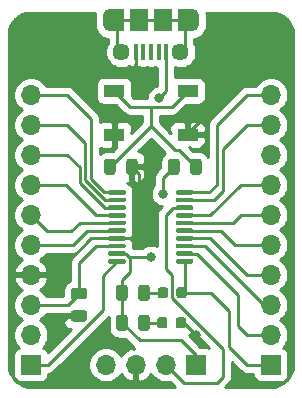
<source format=gbr>
%TF.GenerationSoftware,KiCad,Pcbnew,(5.1.6)-1*%
%TF.CreationDate,2020-06-22T18:51:59+05:30*%
%TF.ProjectId,STM8-Dev-Board-STM8S003F3P6,53544d38-2d44-4657-962d-426f6172642d,rev?*%
%TF.SameCoordinates,Original*%
%TF.FileFunction,Copper,L1,Top*%
%TF.FilePolarity,Positive*%
%FSLAX46Y46*%
G04 Gerber Fmt 4.6, Leading zero omitted, Abs format (unit mm)*
G04 Created by KiCad (PCBNEW (5.1.6)-1) date 2020-06-22 18:51:59*
%MOMM*%
%LPD*%
G01*
G04 APERTURE LIST*
%TA.AperFunction,SMDPad,CuDef*%
%ADD10R,1.200000X1.900000*%
%TD*%
%TA.AperFunction,ComponentPad*%
%ADD11O,1.200000X1.900000*%
%TD*%
%TA.AperFunction,SMDPad,CuDef*%
%ADD12R,1.500000X1.900000*%
%TD*%
%TA.AperFunction,ComponentPad*%
%ADD13C,1.450000*%
%TD*%
%TA.AperFunction,SMDPad,CuDef*%
%ADD14R,0.400000X1.350000*%
%TD*%
%TA.AperFunction,SMDPad,CuDef*%
%ADD15R,1.800000X1.100000*%
%TD*%
%TA.AperFunction,ComponentPad*%
%ADD16O,1.700000X1.700000*%
%TD*%
%TA.AperFunction,ComponentPad*%
%ADD17R,1.700000X1.700000*%
%TD*%
%TA.AperFunction,ViaPad*%
%ADD18C,0.800000*%
%TD*%
%TA.AperFunction,Conductor*%
%ADD19C,0.250000*%
%TD*%
%TA.AperFunction,Conductor*%
%ADD20C,0.254000*%
%TD*%
G04 APERTURE END LIST*
D10*
%TO.P,J1,6*%
%TO.N,Net-(J1-Pad6)*%
X66400000Y-120682500D03*
X60600000Y-120682500D03*
D11*
X60000000Y-120682500D03*
X67000000Y-120682500D03*
D12*
X64500000Y-120682500D03*
D13*
X61000000Y-123382500D03*
D14*
%TO.P,J1,3*%
%TO.N,Net-(J1-Pad3)*%
X63500000Y-123382500D03*
%TO.P,J1,4*%
%TO.N,Net-(J1-Pad4)*%
X62850000Y-123382500D03*
%TO.P,J1,5*%
%TO.N,GND*%
X62200000Y-123382500D03*
%TO.P,J1,1*%
%TO.N,Net-(C2-Pad1)*%
X64800000Y-123382500D03*
%TO.P,J1,2*%
%TO.N,Net-(J1-Pad2)*%
X64150000Y-123382500D03*
D13*
%TO.P,J1,6*%
%TO.N,Net-(J1-Pad6)*%
X66000000Y-123382500D03*
D12*
X62500000Y-120682500D03*
%TD*%
D15*
%TO.P,SW1,2*%
%TO.N,GND*%
X66600000Y-130374000D03*
X60400000Y-130374000D03*
%TO.P,SW1,1*%
%TO.N,Net-(C4-Pad1)*%
X66600000Y-126674000D03*
X60400000Y-126674000D03*
%TD*%
%TO.P,U1,20*%
%TO.N,PD3*%
%TA.AperFunction,SMDPad,CuDef*%
G36*
G01*
X65625000Y-135351000D02*
X65625000Y-135151000D01*
G75*
G02*
X65725000Y-135051000I100000J0D01*
G01*
X67000000Y-135051000D01*
G75*
G02*
X67100000Y-135151000I0J-100000D01*
G01*
X67100000Y-135351000D01*
G75*
G02*
X67000000Y-135451000I-100000J0D01*
G01*
X65725000Y-135451000D01*
G75*
G02*
X65625000Y-135351000I0J100000D01*
G01*
G37*
%TD.AperFunction*%
%TO.P,U1,19*%
%TO.N,PD2*%
%TA.AperFunction,SMDPad,CuDef*%
G36*
G01*
X65625000Y-136001000D02*
X65625000Y-135801000D01*
G75*
G02*
X65725000Y-135701000I100000J0D01*
G01*
X67000000Y-135701000D01*
G75*
G02*
X67100000Y-135801000I0J-100000D01*
G01*
X67100000Y-136001000D01*
G75*
G02*
X67000000Y-136101000I-100000J0D01*
G01*
X65725000Y-136101000D01*
G75*
G02*
X65625000Y-136001000I0J100000D01*
G01*
G37*
%TD.AperFunction*%
%TO.P,U1,18*%
%TO.N,PD1+SWIM*%
%TA.AperFunction,SMDPad,CuDef*%
G36*
G01*
X65625000Y-136651000D02*
X65625000Y-136451000D01*
G75*
G02*
X65725000Y-136351000I100000J0D01*
G01*
X67000000Y-136351000D01*
G75*
G02*
X67100000Y-136451000I0J-100000D01*
G01*
X67100000Y-136651000D01*
G75*
G02*
X67000000Y-136751000I-100000J0D01*
G01*
X65725000Y-136751000D01*
G75*
G02*
X65625000Y-136651000I0J100000D01*
G01*
G37*
%TD.AperFunction*%
%TO.P,U1,17*%
%TO.N,PC7*%
%TA.AperFunction,SMDPad,CuDef*%
G36*
G01*
X65625000Y-137301000D02*
X65625000Y-137101000D01*
G75*
G02*
X65725000Y-137001000I100000J0D01*
G01*
X67000000Y-137001000D01*
G75*
G02*
X67100000Y-137101000I0J-100000D01*
G01*
X67100000Y-137301000D01*
G75*
G02*
X67000000Y-137401000I-100000J0D01*
G01*
X65725000Y-137401000D01*
G75*
G02*
X65625000Y-137301000I0J100000D01*
G01*
G37*
%TD.AperFunction*%
%TO.P,U1,16*%
%TO.N,PC6*%
%TA.AperFunction,SMDPad,CuDef*%
G36*
G01*
X65625000Y-137951000D02*
X65625000Y-137751000D01*
G75*
G02*
X65725000Y-137651000I100000J0D01*
G01*
X67000000Y-137651000D01*
G75*
G02*
X67100000Y-137751000I0J-100000D01*
G01*
X67100000Y-137951000D01*
G75*
G02*
X67000000Y-138051000I-100000J0D01*
G01*
X65725000Y-138051000D01*
G75*
G02*
X65625000Y-137951000I0J100000D01*
G01*
G37*
%TD.AperFunction*%
%TO.P,U1,15*%
%TO.N,PC5*%
%TA.AperFunction,SMDPad,CuDef*%
G36*
G01*
X65625000Y-138601000D02*
X65625000Y-138401000D01*
G75*
G02*
X65725000Y-138301000I100000J0D01*
G01*
X67000000Y-138301000D01*
G75*
G02*
X67100000Y-138401000I0J-100000D01*
G01*
X67100000Y-138601000D01*
G75*
G02*
X67000000Y-138701000I-100000J0D01*
G01*
X65725000Y-138701000D01*
G75*
G02*
X65625000Y-138601000I0J100000D01*
G01*
G37*
%TD.AperFunction*%
%TO.P,U1,14*%
%TO.N,PC4*%
%TA.AperFunction,SMDPad,CuDef*%
G36*
G01*
X65625000Y-139251000D02*
X65625000Y-139051000D01*
G75*
G02*
X65725000Y-138951000I100000J0D01*
G01*
X67000000Y-138951000D01*
G75*
G02*
X67100000Y-139051000I0J-100000D01*
G01*
X67100000Y-139251000D01*
G75*
G02*
X67000000Y-139351000I-100000J0D01*
G01*
X65725000Y-139351000D01*
G75*
G02*
X65625000Y-139251000I0J100000D01*
G01*
G37*
%TD.AperFunction*%
%TO.P,U1,13*%
%TO.N,PC3*%
%TA.AperFunction,SMDPad,CuDef*%
G36*
G01*
X65625000Y-139901000D02*
X65625000Y-139701000D01*
G75*
G02*
X65725000Y-139601000I100000J0D01*
G01*
X67000000Y-139601000D01*
G75*
G02*
X67100000Y-139701000I0J-100000D01*
G01*
X67100000Y-139901000D01*
G75*
G02*
X67000000Y-140001000I-100000J0D01*
G01*
X65725000Y-140001000D01*
G75*
G02*
X65625000Y-139901000I0J100000D01*
G01*
G37*
%TD.AperFunction*%
%TO.P,U1,12*%
%TO.N,PB4*%
%TA.AperFunction,SMDPad,CuDef*%
G36*
G01*
X65625000Y-140551000D02*
X65625000Y-140351000D01*
G75*
G02*
X65725000Y-140251000I100000J0D01*
G01*
X67000000Y-140251000D01*
G75*
G02*
X67100000Y-140351000I0J-100000D01*
G01*
X67100000Y-140551000D01*
G75*
G02*
X67000000Y-140651000I-100000J0D01*
G01*
X65725000Y-140651000D01*
G75*
G02*
X65625000Y-140551000I0J100000D01*
G01*
G37*
%TD.AperFunction*%
%TO.P,U1,11*%
%TO.N,PB5*%
%TA.AperFunction,SMDPad,CuDef*%
G36*
G01*
X65625000Y-141201000D02*
X65625000Y-141001000D01*
G75*
G02*
X65725000Y-140901000I100000J0D01*
G01*
X67000000Y-140901000D01*
G75*
G02*
X67100000Y-141001000I0J-100000D01*
G01*
X67100000Y-141201000D01*
G75*
G02*
X67000000Y-141301000I-100000J0D01*
G01*
X65725000Y-141301000D01*
G75*
G02*
X65625000Y-141201000I0J100000D01*
G01*
G37*
%TD.AperFunction*%
%TO.P,U1,10*%
%TO.N,PA3*%
%TA.AperFunction,SMDPad,CuDef*%
G36*
G01*
X59900000Y-141201000D02*
X59900000Y-141001000D01*
G75*
G02*
X60000000Y-140901000I100000J0D01*
G01*
X61275000Y-140901000D01*
G75*
G02*
X61375000Y-141001000I0J-100000D01*
G01*
X61375000Y-141201000D01*
G75*
G02*
X61275000Y-141301000I-100000J0D01*
G01*
X60000000Y-141301000D01*
G75*
G02*
X59900000Y-141201000I0J100000D01*
G01*
G37*
%TD.AperFunction*%
%TO.P,U1,9*%
%TO.N,+3V3*%
%TA.AperFunction,SMDPad,CuDef*%
G36*
G01*
X59900000Y-140551000D02*
X59900000Y-140351000D01*
G75*
G02*
X60000000Y-140251000I100000J0D01*
G01*
X61275000Y-140251000D01*
G75*
G02*
X61375000Y-140351000I0J-100000D01*
G01*
X61375000Y-140551000D01*
G75*
G02*
X61275000Y-140651000I-100000J0D01*
G01*
X60000000Y-140651000D01*
G75*
G02*
X59900000Y-140551000I0J100000D01*
G01*
G37*
%TD.AperFunction*%
%TO.P,U1,8*%
%TO.N,VCAP*%
%TA.AperFunction,SMDPad,CuDef*%
G36*
G01*
X59900000Y-139901000D02*
X59900000Y-139701000D01*
G75*
G02*
X60000000Y-139601000I100000J0D01*
G01*
X61275000Y-139601000D01*
G75*
G02*
X61375000Y-139701000I0J-100000D01*
G01*
X61375000Y-139901000D01*
G75*
G02*
X61275000Y-140001000I-100000J0D01*
G01*
X60000000Y-140001000D01*
G75*
G02*
X59900000Y-139901000I0J100000D01*
G01*
G37*
%TD.AperFunction*%
%TO.P,U1,7*%
%TO.N,GND*%
%TA.AperFunction,SMDPad,CuDef*%
G36*
G01*
X59900000Y-139251000D02*
X59900000Y-139051000D01*
G75*
G02*
X60000000Y-138951000I100000J0D01*
G01*
X61275000Y-138951000D01*
G75*
G02*
X61375000Y-139051000I0J-100000D01*
G01*
X61375000Y-139251000D01*
G75*
G02*
X61275000Y-139351000I-100000J0D01*
G01*
X60000000Y-139351000D01*
G75*
G02*
X59900000Y-139251000I0J100000D01*
G01*
G37*
%TD.AperFunction*%
%TO.P,U1,6*%
%TO.N,PA2*%
%TA.AperFunction,SMDPad,CuDef*%
G36*
G01*
X59900000Y-138601000D02*
X59900000Y-138401000D01*
G75*
G02*
X60000000Y-138301000I100000J0D01*
G01*
X61275000Y-138301000D01*
G75*
G02*
X61375000Y-138401000I0J-100000D01*
G01*
X61375000Y-138601000D01*
G75*
G02*
X61275000Y-138701000I-100000J0D01*
G01*
X60000000Y-138701000D01*
G75*
G02*
X59900000Y-138601000I0J100000D01*
G01*
G37*
%TD.AperFunction*%
%TO.P,U1,5*%
%TO.N,PA1*%
%TA.AperFunction,SMDPad,CuDef*%
G36*
G01*
X59900000Y-137951000D02*
X59900000Y-137751000D01*
G75*
G02*
X60000000Y-137651000I100000J0D01*
G01*
X61275000Y-137651000D01*
G75*
G02*
X61375000Y-137751000I0J-100000D01*
G01*
X61375000Y-137951000D01*
G75*
G02*
X61275000Y-138051000I-100000J0D01*
G01*
X60000000Y-138051000D01*
G75*
G02*
X59900000Y-137951000I0J100000D01*
G01*
G37*
%TD.AperFunction*%
%TO.P,U1,4*%
%TO.N,NRST*%
%TA.AperFunction,SMDPad,CuDef*%
G36*
G01*
X59900000Y-137301000D02*
X59900000Y-137101000D01*
G75*
G02*
X60000000Y-137001000I100000J0D01*
G01*
X61275000Y-137001000D01*
G75*
G02*
X61375000Y-137101000I0J-100000D01*
G01*
X61375000Y-137301000D01*
G75*
G02*
X61275000Y-137401000I-100000J0D01*
G01*
X60000000Y-137401000D01*
G75*
G02*
X59900000Y-137301000I0J100000D01*
G01*
G37*
%TD.AperFunction*%
%TO.P,U1,3*%
%TO.N,PD6*%
%TA.AperFunction,SMDPad,CuDef*%
G36*
G01*
X59900000Y-136651000D02*
X59900000Y-136451000D01*
G75*
G02*
X60000000Y-136351000I100000J0D01*
G01*
X61275000Y-136351000D01*
G75*
G02*
X61375000Y-136451000I0J-100000D01*
G01*
X61375000Y-136651000D01*
G75*
G02*
X61275000Y-136751000I-100000J0D01*
G01*
X60000000Y-136751000D01*
G75*
G02*
X59900000Y-136651000I0J100000D01*
G01*
G37*
%TD.AperFunction*%
%TO.P,U1,2*%
%TO.N,PD5*%
%TA.AperFunction,SMDPad,CuDef*%
G36*
G01*
X59900000Y-136001000D02*
X59900000Y-135801000D01*
G75*
G02*
X60000000Y-135701000I100000J0D01*
G01*
X61275000Y-135701000D01*
G75*
G02*
X61375000Y-135801000I0J-100000D01*
G01*
X61375000Y-136001000D01*
G75*
G02*
X61275000Y-136101000I-100000J0D01*
G01*
X60000000Y-136101000D01*
G75*
G02*
X59900000Y-136001000I0J100000D01*
G01*
G37*
%TD.AperFunction*%
%TO.P,U1,1*%
%TO.N,PD4*%
%TA.AperFunction,SMDPad,CuDef*%
G36*
G01*
X59900000Y-135351000D02*
X59900000Y-135151000D01*
G75*
G02*
X60000000Y-135051000I100000J0D01*
G01*
X61275000Y-135051000D01*
G75*
G02*
X61375000Y-135151000I0J-100000D01*
G01*
X61375000Y-135351000D01*
G75*
G02*
X61275000Y-135451000I-100000J0D01*
G01*
X60000000Y-135451000D01*
G75*
G02*
X59900000Y-135351000I0J100000D01*
G01*
G37*
%TD.AperFunction*%
%TD*%
%TO.P,R3,2*%
%TO.N,Net-(D2-Pad2)*%
%TA.AperFunction,SMDPad,CuDef*%
G36*
G01*
X62426000Y-146760250D02*
X62426000Y-145847750D01*
G75*
G02*
X62669750Y-145604000I243750J0D01*
G01*
X63157250Y-145604000D01*
G75*
G02*
X63401000Y-145847750I0J-243750D01*
G01*
X63401000Y-146760250D01*
G75*
G02*
X63157250Y-147004000I-243750J0D01*
G01*
X62669750Y-147004000D01*
G75*
G02*
X62426000Y-146760250I0J243750D01*
G01*
G37*
%TD.AperFunction*%
%TO.P,R3,1*%
%TO.N,+3V3*%
%TA.AperFunction,SMDPad,CuDef*%
G36*
G01*
X60551000Y-146760250D02*
X60551000Y-145847750D01*
G75*
G02*
X60794750Y-145604000I243750J0D01*
G01*
X61282250Y-145604000D01*
G75*
G02*
X61526000Y-145847750I0J-243750D01*
G01*
X61526000Y-146760250D01*
G75*
G02*
X61282250Y-147004000I-243750J0D01*
G01*
X60794750Y-147004000D01*
G75*
G02*
X60551000Y-146760250I0J243750D01*
G01*
G37*
%TD.AperFunction*%
%TD*%
%TO.P,R2,2*%
%TO.N,Net-(C4-Pad1)*%
%TA.AperFunction,SMDPad,CuDef*%
G36*
G01*
X66822500Y-133552250D02*
X66822500Y-132639750D01*
G75*
G02*
X67066250Y-132396000I243750J0D01*
G01*
X67553750Y-132396000D01*
G75*
G02*
X67797500Y-132639750I0J-243750D01*
G01*
X67797500Y-133552250D01*
G75*
G02*
X67553750Y-133796000I-243750J0D01*
G01*
X67066250Y-133796000D01*
G75*
G02*
X66822500Y-133552250I0J243750D01*
G01*
G37*
%TD.AperFunction*%
%TO.P,R2,1*%
%TO.N,+3V3*%
%TA.AperFunction,SMDPad,CuDef*%
G36*
G01*
X64947500Y-133552250D02*
X64947500Y-132639750D01*
G75*
G02*
X65191250Y-132396000I243750J0D01*
G01*
X65678750Y-132396000D01*
G75*
G02*
X65922500Y-132639750I0J-243750D01*
G01*
X65922500Y-133552250D01*
G75*
G02*
X65678750Y-133796000I-243750J0D01*
G01*
X65191250Y-133796000D01*
G75*
G02*
X64947500Y-133552250I0J243750D01*
G01*
G37*
%TD.AperFunction*%
%TD*%
%TO.P,R1,2*%
%TO.N,Net-(D1-Pad2)*%
%TA.AperFunction,SMDPad,CuDef*%
G36*
G01*
X62426000Y-144220250D02*
X62426000Y-143307750D01*
G75*
G02*
X62669750Y-143064000I243750J0D01*
G01*
X63157250Y-143064000D01*
G75*
G02*
X63401000Y-143307750I0J-243750D01*
G01*
X63401000Y-144220250D01*
G75*
G02*
X63157250Y-144464000I-243750J0D01*
G01*
X62669750Y-144464000D01*
G75*
G02*
X62426000Y-144220250I0J243750D01*
G01*
G37*
%TD.AperFunction*%
%TO.P,R1,1*%
%TO.N,+3V3*%
%TA.AperFunction,SMDPad,CuDef*%
G36*
G01*
X60551000Y-144220250D02*
X60551000Y-143307750D01*
G75*
G02*
X60794750Y-143064000I243750J0D01*
G01*
X61282250Y-143064000D01*
G75*
G02*
X61526000Y-143307750I0J-243750D01*
G01*
X61526000Y-144220250D01*
G75*
G02*
X61282250Y-144464000I-243750J0D01*
G01*
X60794750Y-144464000D01*
G75*
G02*
X60551000Y-144220250I0J243750D01*
G01*
G37*
%TD.AperFunction*%
%TD*%
D16*
%TO.P,J4,10*%
%TO.N,PD3*%
X73660000Y-127000000D03*
%TO.P,J4,9*%
%TO.N,PD2*%
X73660000Y-129540000D03*
%TO.P,J4,8*%
%TO.N,PD1*%
X73660000Y-132080000D03*
%TO.P,J4,7*%
%TO.N,PC7*%
X73660000Y-134620000D03*
%TO.P,J4,6*%
%TO.N,PC6*%
X73660000Y-137160000D03*
%TO.P,J4,5*%
%TO.N,PC5*%
X73660000Y-139700000D03*
%TO.P,J4,4*%
%TO.N,PC4*%
X73660000Y-142240000D03*
%TO.P,J4,3*%
%TO.N,PC3*%
X73660000Y-144780000D03*
%TO.P,J4,2*%
%TO.N,PB4*%
X73660000Y-147320000D03*
D17*
%TO.P,J4,1*%
%TO.N,PB5*%
X73660000Y-149860000D03*
%TD*%
D16*
%TO.P,J3,4*%
%TO.N,NRST*%
X59690000Y-149860000D03*
%TO.P,J3,3*%
%TO.N,GND*%
X62230000Y-149860000D03*
%TO.P,J3,2*%
%TO.N,PD1+SWIM*%
X64770000Y-149860000D03*
D17*
%TO.P,J3,1*%
%TO.N,+3V3*%
X67310000Y-149860000D03*
%TD*%
D16*
%TO.P,J2,10*%
%TO.N,PD4*%
X53340000Y-127000000D03*
%TO.P,J2,9*%
%TO.N,PD5*%
X53340000Y-129540000D03*
%TO.P,J2,8*%
%TO.N,PD6*%
X53340000Y-132080000D03*
%TO.P,J2,7*%
%TO.N,NRST*%
X53340000Y-134620000D03*
%TO.P,J2,6*%
%TO.N,PA1*%
X53340000Y-137160000D03*
%TO.P,J2,5*%
%TO.N,PA2*%
X53340000Y-139700000D03*
%TO.P,J2,4*%
%TO.N,GND*%
X53340000Y-142240000D03*
%TO.P,J2,3*%
%TO.N,VCAP*%
X53340000Y-144780000D03*
%TO.P,J2,2*%
%TO.N,+3.3V*%
X53340000Y-147320000D03*
D17*
%TO.P,J2,1*%
%TO.N,PA3*%
X53340000Y-149860000D03*
%TD*%
%TO.P,D2,2*%
%TO.N,Net-(D2-Pad2)*%
%TA.AperFunction,SMDPad,CuDef*%
G36*
G01*
X64902500Y-146047750D02*
X64902500Y-146560250D01*
G75*
G02*
X64683750Y-146779000I-218750J0D01*
G01*
X64246250Y-146779000D01*
G75*
G02*
X64027500Y-146560250I0J218750D01*
G01*
X64027500Y-146047750D01*
G75*
G02*
X64246250Y-145829000I218750J0D01*
G01*
X64683750Y-145829000D01*
G75*
G02*
X64902500Y-146047750I0J-218750D01*
G01*
G37*
%TD.AperFunction*%
%TO.P,D2,1*%
%TO.N,GND*%
%TA.AperFunction,SMDPad,CuDef*%
G36*
G01*
X66477500Y-146047750D02*
X66477500Y-146560250D01*
G75*
G02*
X66258750Y-146779000I-218750J0D01*
G01*
X65821250Y-146779000D01*
G75*
G02*
X65602500Y-146560250I0J218750D01*
G01*
X65602500Y-146047750D01*
G75*
G02*
X65821250Y-145829000I218750J0D01*
G01*
X66258750Y-145829000D01*
G75*
G02*
X66477500Y-146047750I0J-218750D01*
G01*
G37*
%TD.AperFunction*%
%TD*%
%TO.P,D1,2*%
%TO.N,Net-(D1-Pad2)*%
%TA.AperFunction,SMDPad,CuDef*%
G36*
G01*
X64953500Y-143507750D02*
X64953500Y-144020250D01*
G75*
G02*
X64734750Y-144239000I-218750J0D01*
G01*
X64297250Y-144239000D01*
G75*
G02*
X64078500Y-144020250I0J218750D01*
G01*
X64078500Y-143507750D01*
G75*
G02*
X64297250Y-143289000I218750J0D01*
G01*
X64734750Y-143289000D01*
G75*
G02*
X64953500Y-143507750I0J-218750D01*
G01*
G37*
%TD.AperFunction*%
%TO.P,D1,1*%
%TO.N,PB5*%
%TA.AperFunction,SMDPad,CuDef*%
G36*
G01*
X66528500Y-143507750D02*
X66528500Y-144020250D01*
G75*
G02*
X66309750Y-144239000I-218750J0D01*
G01*
X65872250Y-144239000D01*
G75*
G02*
X65653500Y-144020250I0J218750D01*
G01*
X65653500Y-143507750D01*
G75*
G02*
X65872250Y-143289000I218750J0D01*
G01*
X66309750Y-143289000D01*
G75*
G02*
X66528500Y-143507750I0J-218750D01*
G01*
G37*
%TD.AperFunction*%
%TD*%
%TO.P,C4,2*%
%TO.N,GND*%
%TA.AperFunction,SMDPad,CuDef*%
G36*
G01*
X61410000Y-133552250D02*
X61410000Y-132639750D01*
G75*
G02*
X61653750Y-132396000I243750J0D01*
G01*
X62141250Y-132396000D01*
G75*
G02*
X62385000Y-132639750I0J-243750D01*
G01*
X62385000Y-133552250D01*
G75*
G02*
X62141250Y-133796000I-243750J0D01*
G01*
X61653750Y-133796000D01*
G75*
G02*
X61410000Y-133552250I0J243750D01*
G01*
G37*
%TD.AperFunction*%
%TO.P,C4,1*%
%TO.N,Net-(C4-Pad1)*%
%TA.AperFunction,SMDPad,CuDef*%
G36*
G01*
X59535000Y-133552250D02*
X59535000Y-132639750D01*
G75*
G02*
X59778750Y-132396000I243750J0D01*
G01*
X60266250Y-132396000D01*
G75*
G02*
X60510000Y-132639750I0J-243750D01*
G01*
X60510000Y-133552250D01*
G75*
G02*
X60266250Y-133796000I-243750J0D01*
G01*
X59778750Y-133796000D01*
G75*
G02*
X59535000Y-133552250I0J243750D01*
G01*
G37*
%TD.AperFunction*%
%TD*%
%TO.P,C1,2*%
%TO.N,GND*%
%TA.AperFunction,SMDPad,CuDef*%
G36*
G01*
X56947750Y-145230000D02*
X57860250Y-145230000D01*
G75*
G02*
X58104000Y-145473750I0J-243750D01*
G01*
X58104000Y-145961250D01*
G75*
G02*
X57860250Y-146205000I-243750J0D01*
G01*
X56947750Y-146205000D01*
G75*
G02*
X56704000Y-145961250I0J243750D01*
G01*
X56704000Y-145473750D01*
G75*
G02*
X56947750Y-145230000I243750J0D01*
G01*
G37*
%TD.AperFunction*%
%TO.P,C1,1*%
%TO.N,VCAP*%
%TA.AperFunction,SMDPad,CuDef*%
G36*
G01*
X56947750Y-143355000D02*
X57860250Y-143355000D01*
G75*
G02*
X58104000Y-143598750I0J-243750D01*
G01*
X58104000Y-144086250D01*
G75*
G02*
X57860250Y-144330000I-243750J0D01*
G01*
X56947750Y-144330000D01*
G75*
G02*
X56704000Y-144086250I0J243750D01*
G01*
X56704000Y-143598750D01*
G75*
G02*
X56947750Y-143355000I243750J0D01*
G01*
G37*
%TD.AperFunction*%
%TD*%
D18*
%TO.N,GND*%
X57404000Y-123698000D03*
X55626000Y-146558000D03*
X67310000Y-147320000D03*
X69850000Y-124460000D03*
%TO.N,Net-(C2-Pad1)*%
X64185800Y-127279400D03*
%TO.N,+3V3*%
X63500000Y-140716000D03*
X64516000Y-135382000D03*
%TD*%
D19*
%TO.N,GND*%
X60637500Y-139151000D02*
X62017000Y-139151000D01*
X62017000Y-139151000D02*
X62484000Y-138684000D01*
X62484000Y-133682500D02*
X61897500Y-133096000D01*
X62484000Y-138684000D02*
X62484000Y-133682500D01*
X60637500Y-139151000D02*
X58461000Y-139151000D01*
X55372000Y-142240000D02*
X53340000Y-142240000D01*
X58461000Y-139151000D02*
X55372000Y-142240000D01*
X62200000Y-123382500D02*
X62200000Y-124744000D01*
X62200000Y-124744000D02*
X61722000Y-125222000D01*
X61722000Y-125222000D02*
X58928000Y-125222000D01*
X58928000Y-125222000D02*
X57404000Y-123698000D01*
X57404000Y-145717500D02*
X56466500Y-145717500D01*
X56466500Y-145717500D02*
X55626000Y-146558000D01*
X66040000Y-146304000D02*
X66294000Y-146304000D01*
X66294000Y-146304000D02*
X67310000Y-147320000D01*
X66600000Y-130374000D02*
X66600000Y-130250000D01*
X66600000Y-130250000D02*
X69850000Y-127000000D01*
X69850000Y-127000000D02*
X69850000Y-124460000D01*
%TO.N,VCAP*%
X60637500Y-139801000D02*
X58827000Y-139801000D01*
X57404000Y-141224000D02*
X57404000Y-143842500D01*
X58827000Y-139801000D02*
X57404000Y-141224000D01*
X56466500Y-144780000D02*
X57404000Y-143842500D01*
X53340000Y-144780000D02*
X56466500Y-144780000D01*
%TO.N,Net-(C2-Pad1)*%
X64800000Y-123382500D02*
X64800000Y-126665200D01*
X64800000Y-126665200D02*
X64185800Y-127279400D01*
%TO.N,+3V3*%
X61038500Y-146304000D02*
X61038500Y-143764000D01*
X61038500Y-143764000D02*
X61038500Y-142669500D01*
X61375000Y-140451000D02*
X60637500Y-140451000D01*
X61700010Y-140776010D02*
X61375000Y-140451000D01*
X61700010Y-142007990D02*
X61700010Y-140776010D01*
X61038500Y-142669500D02*
X61700010Y-142007990D01*
X61760020Y-140716000D02*
X61700010Y-140776010D01*
X63500000Y-140716000D02*
X61760020Y-140716000D01*
X67310000Y-149860000D02*
X67310000Y-149072600D01*
X67310000Y-149072600D02*
X66040000Y-147802600D01*
X62537100Y-147802600D02*
X61038500Y-146304000D01*
X66040000Y-147802600D02*
X62537100Y-147802600D01*
X64516000Y-134015000D02*
X65435000Y-133096000D01*
X64516000Y-135382000D02*
X64516000Y-134015000D01*
%TO.N,Net-(C4-Pad1)*%
X65269599Y-128004401D02*
X66600000Y-126674000D01*
X60400000Y-126674000D02*
X61730401Y-128004401D01*
X60022500Y-133096000D02*
X63488401Y-129630099D01*
X61730401Y-128004401D02*
X63488401Y-128004401D01*
X63488401Y-128004401D02*
X65269599Y-128004401D01*
X63488401Y-129630099D02*
X63488401Y-128004401D01*
X63488401Y-129630099D02*
X63488401Y-129655401D01*
X63488401Y-129655401D02*
X65532000Y-131699000D01*
X65913000Y-131699000D02*
X67310000Y-133096000D01*
X65532000Y-131699000D02*
X65913000Y-131699000D01*
%TO.N,Net-(D1-Pad2)*%
X62913500Y-143764000D02*
X64516000Y-143764000D01*
%TO.N,PB5*%
X66362500Y-143492500D02*
X66091000Y-143764000D01*
X66362500Y-141101000D02*
X66362500Y-143492500D01*
X73660000Y-149860000D02*
X71628000Y-149860000D01*
X71628000Y-149860000D02*
X70104000Y-148336000D01*
X70104000Y-148336000D02*
X70104000Y-145288000D01*
X68580000Y-143764000D02*
X66091000Y-143764000D01*
X70104000Y-145288000D02*
X68580000Y-143764000D01*
%TO.N,Net-(D2-Pad2)*%
X62913500Y-146304000D02*
X64465000Y-146304000D01*
%TO.N,Net-(J1-Pad6)*%
X60600000Y-122982500D02*
X61000000Y-123382500D01*
X60600000Y-120682500D02*
X60600000Y-122982500D01*
X66400000Y-122982500D02*
X66000000Y-123382500D01*
X66400000Y-120682500D02*
X66400000Y-122982500D01*
X60600000Y-120682500D02*
X62500000Y-120682500D01*
X62500000Y-120682500D02*
X64500000Y-120682500D01*
X64500000Y-120682500D02*
X67000000Y-120682500D01*
%TO.N,PD4*%
X60637500Y-135251000D02*
X59559000Y-135251000D01*
X59559000Y-135251000D02*
X58420000Y-134112000D01*
X58420000Y-134112000D02*
X58420000Y-129032000D01*
X56388000Y-127000000D02*
X53340000Y-127000000D01*
X58420000Y-129032000D02*
X56388000Y-127000000D01*
%TO.N,PD5*%
X59572590Y-135901000D02*
X57912000Y-134240410D01*
X60637500Y-135901000D02*
X59572590Y-135901000D01*
X53340000Y-129540000D02*
X56388000Y-129540000D01*
X57912000Y-131064000D02*
X57912000Y-134240410D01*
X56388000Y-129540000D02*
X57912000Y-131064000D01*
%TO.N,PD6*%
X57461991Y-134426811D02*
X59586180Y-136551000D01*
X57461990Y-133153990D02*
X57461991Y-134426811D01*
X59586180Y-136551000D02*
X60637500Y-136551000D01*
X56388000Y-132080000D02*
X57461990Y-133153990D01*
X53340000Y-132080000D02*
X56388000Y-132080000D01*
%TO.N,NRST*%
X56289850Y-134620000D02*
X53340000Y-134620000D01*
X58870850Y-137201000D02*
X56289850Y-134620000D01*
X60637500Y-137201000D02*
X58870850Y-137201000D01*
%TO.N,PA1*%
X54739010Y-138559010D02*
X53340000Y-137160000D01*
X57479020Y-137851000D02*
X56771010Y-138559010D01*
X60637500Y-137851000D02*
X57479020Y-137851000D01*
X56771010Y-138559010D02*
X54739010Y-138559010D01*
%TO.N,PA2*%
X58095000Y-138501000D02*
X56896000Y-139700000D01*
X60637500Y-138501000D02*
X58095000Y-138501000D01*
X56896000Y-139700000D02*
X53340000Y-139700000D01*
%TO.N,PA3*%
X60637500Y-141101000D02*
X59436000Y-142302500D01*
X54765850Y-149860000D02*
X53340000Y-149860000D01*
X59436000Y-145189850D02*
X54765850Y-149860000D01*
X59436000Y-142302500D02*
X59436000Y-145189850D01*
%TO.N,PD1+SWIM*%
X65299990Y-142261990D02*
X64770000Y-141732000D01*
X65299990Y-144216984D02*
X65299990Y-142261990D01*
X69088000Y-151384000D02*
X69596000Y-150876000D01*
X65379000Y-136551000D02*
X66362500Y-136551000D01*
X64770000Y-137160000D02*
X65379000Y-136551000D01*
X69596000Y-150876000D02*
X69596000Y-148512994D01*
X64770000Y-141732000D02*
X64770000Y-137160000D01*
X66294000Y-151384000D02*
X69088000Y-151384000D01*
X64770000Y-149860000D02*
X66294000Y-151384000D01*
X69596000Y-148512994D02*
X65299990Y-144216984D01*
%TO.N,PD3*%
X66362500Y-135251000D02*
X68457000Y-135251000D01*
X68457000Y-135251000D02*
X69088000Y-134620000D01*
X69088000Y-134620000D02*
X69088000Y-129540000D01*
X71628000Y-127000000D02*
X73660000Y-127000000D01*
X69088000Y-129540000D02*
X71628000Y-127000000D01*
%TO.N,PD2*%
X66362500Y-135901000D02*
X68823000Y-135901000D01*
X68823000Y-135901000D02*
X69596000Y-135128000D01*
X69596000Y-135128000D02*
X69596000Y-131572000D01*
X71628000Y-129540000D02*
X73660000Y-129540000D01*
X69596000Y-131572000D02*
X71628000Y-129540000D01*
%TO.N,PC7*%
X66362500Y-137201000D02*
X68539000Y-137201000D01*
X71120000Y-134620000D02*
X73660000Y-134620000D01*
X68539000Y-137201000D02*
X71120000Y-134620000D01*
%TO.N,PC6*%
X66362500Y-137851000D02*
X70429000Y-137851000D01*
X71120000Y-137160000D02*
X73660000Y-137160000D01*
X70429000Y-137851000D02*
X71120000Y-137160000D01*
%TO.N,PC5*%
X66362500Y-138501000D02*
X69413000Y-138501000D01*
X70612000Y-139700000D02*
X73660000Y-139700000D01*
X69413000Y-138501000D02*
X70612000Y-139700000D01*
%TO.N,PC4*%
X66362500Y-139151000D02*
X68539000Y-139151000D01*
X71628000Y-142240000D02*
X73660000Y-142240000D01*
X68539000Y-139151000D02*
X71628000Y-142240000D01*
%TO.N,PC3*%
X66362500Y-139801000D02*
X68084100Y-139801000D01*
X73063100Y-144780000D02*
X73660000Y-144780000D01*
X68084100Y-139801000D02*
X73063100Y-144780000D01*
%TO.N,PB4*%
X66362500Y-140451000D02*
X67413300Y-140451000D01*
X67413300Y-140451000D02*
X70891400Y-143929100D01*
X70891400Y-143929100D02*
X70891400Y-146558000D01*
X71653400Y-147320000D02*
X73660000Y-147320000D01*
X70891400Y-146558000D02*
X71653400Y-147320000D01*
%TD*%
D20*
%TO.N,GND*%
G36*
X74024545Y-120078909D02*
G01*
X74375208Y-120184780D01*
X74698625Y-120356744D01*
X74982484Y-120588254D01*
X75215965Y-120870486D01*
X75390183Y-121192695D01*
X75498502Y-121542614D01*
X75537465Y-121913322D01*
X75536807Y-121920000D01*
X75540000Y-121952419D01*
X75540001Y-149827711D01*
X75501091Y-150224545D01*
X75395220Y-150575206D01*
X75223257Y-150898623D01*
X74991748Y-151182482D01*
X74709514Y-151415965D01*
X74387304Y-151590184D01*
X74037385Y-151698502D01*
X73642557Y-151740000D01*
X69806801Y-151740000D01*
X70107003Y-151439798D01*
X70136001Y-151416001D01*
X70230974Y-151300276D01*
X70301546Y-151168247D01*
X70345003Y-151024986D01*
X70356000Y-150913333D01*
X70356000Y-150913324D01*
X70359676Y-150876001D01*
X70356000Y-150838678D01*
X70356000Y-149662802D01*
X71064205Y-150371008D01*
X71087999Y-150400001D01*
X71116992Y-150423795D01*
X71116996Y-150423799D01*
X71176595Y-150472710D01*
X71203724Y-150494974D01*
X71335753Y-150565546D01*
X71479014Y-150609003D01*
X71590667Y-150620000D01*
X71590676Y-150620000D01*
X71627999Y-150623676D01*
X71665322Y-150620000D01*
X72171928Y-150620000D01*
X72171928Y-150710000D01*
X72184188Y-150834482D01*
X72220498Y-150954180D01*
X72279463Y-151064494D01*
X72358815Y-151161185D01*
X72455506Y-151240537D01*
X72565820Y-151299502D01*
X72685518Y-151335812D01*
X72810000Y-151348072D01*
X74510000Y-151348072D01*
X74634482Y-151335812D01*
X74754180Y-151299502D01*
X74864494Y-151240537D01*
X74961185Y-151161185D01*
X75040537Y-151064494D01*
X75099502Y-150954180D01*
X75135812Y-150834482D01*
X75148072Y-150710000D01*
X75148072Y-149010000D01*
X75135812Y-148885518D01*
X75099502Y-148765820D01*
X75040537Y-148655506D01*
X74961185Y-148558815D01*
X74864494Y-148479463D01*
X74754180Y-148420498D01*
X74681620Y-148398487D01*
X74813475Y-148266632D01*
X74975990Y-148023411D01*
X75087932Y-147753158D01*
X75145000Y-147466260D01*
X75145000Y-147173740D01*
X75087932Y-146886842D01*
X74975990Y-146616589D01*
X74813475Y-146373368D01*
X74606632Y-146166525D01*
X74432240Y-146050000D01*
X74606632Y-145933475D01*
X74813475Y-145726632D01*
X74975990Y-145483411D01*
X75087932Y-145213158D01*
X75145000Y-144926260D01*
X75145000Y-144633740D01*
X75087932Y-144346842D01*
X74975990Y-144076589D01*
X74813475Y-143833368D01*
X74606632Y-143626525D01*
X74432240Y-143510000D01*
X74606632Y-143393475D01*
X74813475Y-143186632D01*
X74975990Y-142943411D01*
X75087932Y-142673158D01*
X75145000Y-142386260D01*
X75145000Y-142093740D01*
X75087932Y-141806842D01*
X74975990Y-141536589D01*
X74813475Y-141293368D01*
X74606632Y-141086525D01*
X74432240Y-140970000D01*
X74606632Y-140853475D01*
X74813475Y-140646632D01*
X74975990Y-140403411D01*
X75087932Y-140133158D01*
X75145000Y-139846260D01*
X75145000Y-139553740D01*
X75087932Y-139266842D01*
X74975990Y-138996589D01*
X74813475Y-138753368D01*
X74606632Y-138546525D01*
X74432240Y-138430000D01*
X74606632Y-138313475D01*
X74813475Y-138106632D01*
X74975990Y-137863411D01*
X75087932Y-137593158D01*
X75145000Y-137306260D01*
X75145000Y-137013740D01*
X75087932Y-136726842D01*
X74975990Y-136456589D01*
X74813475Y-136213368D01*
X74606632Y-136006525D01*
X74432240Y-135890000D01*
X74606632Y-135773475D01*
X74813475Y-135566632D01*
X74975990Y-135323411D01*
X75087932Y-135053158D01*
X75145000Y-134766260D01*
X75145000Y-134473740D01*
X75087932Y-134186842D01*
X74975990Y-133916589D01*
X74813475Y-133673368D01*
X74606632Y-133466525D01*
X74432240Y-133350000D01*
X74606632Y-133233475D01*
X74813475Y-133026632D01*
X74975990Y-132783411D01*
X75087932Y-132513158D01*
X75145000Y-132226260D01*
X75145000Y-131933740D01*
X75087932Y-131646842D01*
X74975990Y-131376589D01*
X74813475Y-131133368D01*
X74606632Y-130926525D01*
X74432240Y-130810000D01*
X74606632Y-130693475D01*
X74813475Y-130486632D01*
X74975990Y-130243411D01*
X75087932Y-129973158D01*
X75145000Y-129686260D01*
X75145000Y-129393740D01*
X75087932Y-129106842D01*
X74975990Y-128836589D01*
X74813475Y-128593368D01*
X74606632Y-128386525D01*
X74432240Y-128270000D01*
X74606632Y-128153475D01*
X74813475Y-127946632D01*
X74975990Y-127703411D01*
X75087932Y-127433158D01*
X75145000Y-127146260D01*
X75145000Y-126853740D01*
X75087932Y-126566842D01*
X74975990Y-126296589D01*
X74813475Y-126053368D01*
X74606632Y-125846525D01*
X74363411Y-125684010D01*
X74093158Y-125572068D01*
X73806260Y-125515000D01*
X73513740Y-125515000D01*
X73226842Y-125572068D01*
X72956589Y-125684010D01*
X72713368Y-125846525D01*
X72506525Y-126053368D01*
X72381822Y-126240000D01*
X71665322Y-126240000D01*
X71627999Y-126236324D01*
X71590676Y-126240000D01*
X71590667Y-126240000D01*
X71479014Y-126250997D01*
X71335753Y-126294454D01*
X71203724Y-126365026D01*
X71203722Y-126365027D01*
X71203723Y-126365027D01*
X71116996Y-126436201D01*
X71116992Y-126436205D01*
X71087999Y-126459999D01*
X71064205Y-126488992D01*
X68576998Y-128976201D01*
X68548000Y-128999999D01*
X68524202Y-129028997D01*
X68524201Y-129028998D01*
X68453026Y-129115724D01*
X68382454Y-129247754D01*
X68338998Y-129391015D01*
X68324324Y-129540000D01*
X68328001Y-129577332D01*
X68328000Y-132226621D01*
X68286958Y-132149836D01*
X68177292Y-132016208D01*
X68043664Y-131906542D01*
X67891209Y-131825053D01*
X67725785Y-131774872D01*
X67553750Y-131757928D01*
X67066250Y-131757928D01*
X67048480Y-131759678D01*
X66727002Y-131438201D01*
X66727002Y-131400252D01*
X66885750Y-131559000D01*
X67500000Y-131562072D01*
X67624482Y-131549812D01*
X67744180Y-131513502D01*
X67854494Y-131454537D01*
X67951185Y-131375185D01*
X68030537Y-131278494D01*
X68089502Y-131168180D01*
X68125812Y-131048482D01*
X68138072Y-130924000D01*
X68135000Y-130659750D01*
X67976250Y-130501000D01*
X66727000Y-130501000D01*
X66727000Y-130521000D01*
X66473000Y-130521000D01*
X66473000Y-130501000D01*
X66453000Y-130501000D01*
X66453000Y-130247000D01*
X66473000Y-130247000D01*
X66473000Y-129347750D01*
X66727000Y-129347750D01*
X66727000Y-130247000D01*
X67976250Y-130247000D01*
X68135000Y-130088250D01*
X68138072Y-129824000D01*
X68125812Y-129699518D01*
X68089502Y-129579820D01*
X68030537Y-129469506D01*
X67951185Y-129372815D01*
X67854494Y-129293463D01*
X67744180Y-129234498D01*
X67624482Y-129198188D01*
X67500000Y-129185928D01*
X66885750Y-129189000D01*
X66727000Y-129347750D01*
X66473000Y-129347750D01*
X66314250Y-129189000D01*
X65700000Y-129185928D01*
X65575518Y-129198188D01*
X65455820Y-129234498D01*
X65345506Y-129293463D01*
X65248815Y-129372815D01*
X65169463Y-129469506D01*
X65110498Y-129579820D01*
X65074188Y-129699518D01*
X65061928Y-129824000D01*
X65065000Y-130088250D01*
X65223748Y-130246998D01*
X65154800Y-130246998D01*
X64248401Y-129340600D01*
X64248401Y-128764401D01*
X65232277Y-128764401D01*
X65269599Y-128768077D01*
X65306921Y-128764401D01*
X65306932Y-128764401D01*
X65418585Y-128753404D01*
X65561846Y-128709947D01*
X65693875Y-128639375D01*
X65809600Y-128544402D01*
X65833403Y-128515398D01*
X66486730Y-127862072D01*
X67500000Y-127862072D01*
X67624482Y-127849812D01*
X67744180Y-127813502D01*
X67854494Y-127754537D01*
X67951185Y-127675185D01*
X68030537Y-127578494D01*
X68089502Y-127468180D01*
X68125812Y-127348482D01*
X68138072Y-127224000D01*
X68138072Y-126124000D01*
X68125812Y-125999518D01*
X68089502Y-125879820D01*
X68030537Y-125769506D01*
X67951185Y-125672815D01*
X67854494Y-125593463D01*
X67744180Y-125534498D01*
X67624482Y-125498188D01*
X67500000Y-125485928D01*
X65700000Y-125485928D01*
X65575518Y-125498188D01*
X65560000Y-125502895D01*
X65560000Y-124672299D01*
X65603303Y-124690236D01*
X65866052Y-124742500D01*
X66133948Y-124742500D01*
X66396697Y-124690236D01*
X66644201Y-124587716D01*
X66866949Y-124438881D01*
X67056381Y-124249449D01*
X67205216Y-124026701D01*
X67307736Y-123779197D01*
X67360000Y-123516448D01*
X67360000Y-123248552D01*
X67307736Y-122985803D01*
X67205216Y-122738299D01*
X67160000Y-122670628D01*
X67160000Y-122257716D01*
X67242102Y-122249630D01*
X67474901Y-122179011D01*
X67689449Y-122064333D01*
X67877502Y-121910002D01*
X68031833Y-121721949D01*
X68146511Y-121507401D01*
X68217130Y-121274601D01*
X68235000Y-121093164D01*
X68235000Y-120271835D01*
X68217130Y-120090398D01*
X68201842Y-120040000D01*
X73627721Y-120040000D01*
X74024545Y-120078909D01*
G37*
X74024545Y-120078909D02*
X74375208Y-120184780D01*
X74698625Y-120356744D01*
X74982484Y-120588254D01*
X75215965Y-120870486D01*
X75390183Y-121192695D01*
X75498502Y-121542614D01*
X75537465Y-121913322D01*
X75536807Y-121920000D01*
X75540000Y-121952419D01*
X75540001Y-149827711D01*
X75501091Y-150224545D01*
X75395220Y-150575206D01*
X75223257Y-150898623D01*
X74991748Y-151182482D01*
X74709514Y-151415965D01*
X74387304Y-151590184D01*
X74037385Y-151698502D01*
X73642557Y-151740000D01*
X69806801Y-151740000D01*
X70107003Y-151439798D01*
X70136001Y-151416001D01*
X70230974Y-151300276D01*
X70301546Y-151168247D01*
X70345003Y-151024986D01*
X70356000Y-150913333D01*
X70356000Y-150913324D01*
X70359676Y-150876001D01*
X70356000Y-150838678D01*
X70356000Y-149662802D01*
X71064205Y-150371008D01*
X71087999Y-150400001D01*
X71116992Y-150423795D01*
X71116996Y-150423799D01*
X71176595Y-150472710D01*
X71203724Y-150494974D01*
X71335753Y-150565546D01*
X71479014Y-150609003D01*
X71590667Y-150620000D01*
X71590676Y-150620000D01*
X71627999Y-150623676D01*
X71665322Y-150620000D01*
X72171928Y-150620000D01*
X72171928Y-150710000D01*
X72184188Y-150834482D01*
X72220498Y-150954180D01*
X72279463Y-151064494D01*
X72358815Y-151161185D01*
X72455506Y-151240537D01*
X72565820Y-151299502D01*
X72685518Y-151335812D01*
X72810000Y-151348072D01*
X74510000Y-151348072D01*
X74634482Y-151335812D01*
X74754180Y-151299502D01*
X74864494Y-151240537D01*
X74961185Y-151161185D01*
X75040537Y-151064494D01*
X75099502Y-150954180D01*
X75135812Y-150834482D01*
X75148072Y-150710000D01*
X75148072Y-149010000D01*
X75135812Y-148885518D01*
X75099502Y-148765820D01*
X75040537Y-148655506D01*
X74961185Y-148558815D01*
X74864494Y-148479463D01*
X74754180Y-148420498D01*
X74681620Y-148398487D01*
X74813475Y-148266632D01*
X74975990Y-148023411D01*
X75087932Y-147753158D01*
X75145000Y-147466260D01*
X75145000Y-147173740D01*
X75087932Y-146886842D01*
X74975990Y-146616589D01*
X74813475Y-146373368D01*
X74606632Y-146166525D01*
X74432240Y-146050000D01*
X74606632Y-145933475D01*
X74813475Y-145726632D01*
X74975990Y-145483411D01*
X75087932Y-145213158D01*
X75145000Y-144926260D01*
X75145000Y-144633740D01*
X75087932Y-144346842D01*
X74975990Y-144076589D01*
X74813475Y-143833368D01*
X74606632Y-143626525D01*
X74432240Y-143510000D01*
X74606632Y-143393475D01*
X74813475Y-143186632D01*
X74975990Y-142943411D01*
X75087932Y-142673158D01*
X75145000Y-142386260D01*
X75145000Y-142093740D01*
X75087932Y-141806842D01*
X74975990Y-141536589D01*
X74813475Y-141293368D01*
X74606632Y-141086525D01*
X74432240Y-140970000D01*
X74606632Y-140853475D01*
X74813475Y-140646632D01*
X74975990Y-140403411D01*
X75087932Y-140133158D01*
X75145000Y-139846260D01*
X75145000Y-139553740D01*
X75087932Y-139266842D01*
X74975990Y-138996589D01*
X74813475Y-138753368D01*
X74606632Y-138546525D01*
X74432240Y-138430000D01*
X74606632Y-138313475D01*
X74813475Y-138106632D01*
X74975990Y-137863411D01*
X75087932Y-137593158D01*
X75145000Y-137306260D01*
X75145000Y-137013740D01*
X75087932Y-136726842D01*
X74975990Y-136456589D01*
X74813475Y-136213368D01*
X74606632Y-136006525D01*
X74432240Y-135890000D01*
X74606632Y-135773475D01*
X74813475Y-135566632D01*
X74975990Y-135323411D01*
X75087932Y-135053158D01*
X75145000Y-134766260D01*
X75145000Y-134473740D01*
X75087932Y-134186842D01*
X74975990Y-133916589D01*
X74813475Y-133673368D01*
X74606632Y-133466525D01*
X74432240Y-133350000D01*
X74606632Y-133233475D01*
X74813475Y-133026632D01*
X74975990Y-132783411D01*
X75087932Y-132513158D01*
X75145000Y-132226260D01*
X75145000Y-131933740D01*
X75087932Y-131646842D01*
X74975990Y-131376589D01*
X74813475Y-131133368D01*
X74606632Y-130926525D01*
X74432240Y-130810000D01*
X74606632Y-130693475D01*
X74813475Y-130486632D01*
X74975990Y-130243411D01*
X75087932Y-129973158D01*
X75145000Y-129686260D01*
X75145000Y-129393740D01*
X75087932Y-129106842D01*
X74975990Y-128836589D01*
X74813475Y-128593368D01*
X74606632Y-128386525D01*
X74432240Y-128270000D01*
X74606632Y-128153475D01*
X74813475Y-127946632D01*
X74975990Y-127703411D01*
X75087932Y-127433158D01*
X75145000Y-127146260D01*
X75145000Y-126853740D01*
X75087932Y-126566842D01*
X74975990Y-126296589D01*
X74813475Y-126053368D01*
X74606632Y-125846525D01*
X74363411Y-125684010D01*
X74093158Y-125572068D01*
X73806260Y-125515000D01*
X73513740Y-125515000D01*
X73226842Y-125572068D01*
X72956589Y-125684010D01*
X72713368Y-125846525D01*
X72506525Y-126053368D01*
X72381822Y-126240000D01*
X71665322Y-126240000D01*
X71627999Y-126236324D01*
X71590676Y-126240000D01*
X71590667Y-126240000D01*
X71479014Y-126250997D01*
X71335753Y-126294454D01*
X71203724Y-126365026D01*
X71203722Y-126365027D01*
X71203723Y-126365027D01*
X71116996Y-126436201D01*
X71116992Y-126436205D01*
X71087999Y-126459999D01*
X71064205Y-126488992D01*
X68576998Y-128976201D01*
X68548000Y-128999999D01*
X68524202Y-129028997D01*
X68524201Y-129028998D01*
X68453026Y-129115724D01*
X68382454Y-129247754D01*
X68338998Y-129391015D01*
X68324324Y-129540000D01*
X68328001Y-129577332D01*
X68328000Y-132226621D01*
X68286958Y-132149836D01*
X68177292Y-132016208D01*
X68043664Y-131906542D01*
X67891209Y-131825053D01*
X67725785Y-131774872D01*
X67553750Y-131757928D01*
X67066250Y-131757928D01*
X67048480Y-131759678D01*
X66727002Y-131438201D01*
X66727002Y-131400252D01*
X66885750Y-131559000D01*
X67500000Y-131562072D01*
X67624482Y-131549812D01*
X67744180Y-131513502D01*
X67854494Y-131454537D01*
X67951185Y-131375185D01*
X68030537Y-131278494D01*
X68089502Y-131168180D01*
X68125812Y-131048482D01*
X68138072Y-130924000D01*
X68135000Y-130659750D01*
X67976250Y-130501000D01*
X66727000Y-130501000D01*
X66727000Y-130521000D01*
X66473000Y-130521000D01*
X66473000Y-130501000D01*
X66453000Y-130501000D01*
X66453000Y-130247000D01*
X66473000Y-130247000D01*
X66473000Y-129347750D01*
X66727000Y-129347750D01*
X66727000Y-130247000D01*
X67976250Y-130247000D01*
X68135000Y-130088250D01*
X68138072Y-129824000D01*
X68125812Y-129699518D01*
X68089502Y-129579820D01*
X68030537Y-129469506D01*
X67951185Y-129372815D01*
X67854494Y-129293463D01*
X67744180Y-129234498D01*
X67624482Y-129198188D01*
X67500000Y-129185928D01*
X66885750Y-129189000D01*
X66727000Y-129347750D01*
X66473000Y-129347750D01*
X66314250Y-129189000D01*
X65700000Y-129185928D01*
X65575518Y-129198188D01*
X65455820Y-129234498D01*
X65345506Y-129293463D01*
X65248815Y-129372815D01*
X65169463Y-129469506D01*
X65110498Y-129579820D01*
X65074188Y-129699518D01*
X65061928Y-129824000D01*
X65065000Y-130088250D01*
X65223748Y-130246998D01*
X65154800Y-130246998D01*
X64248401Y-129340600D01*
X64248401Y-128764401D01*
X65232277Y-128764401D01*
X65269599Y-128768077D01*
X65306921Y-128764401D01*
X65306932Y-128764401D01*
X65418585Y-128753404D01*
X65561846Y-128709947D01*
X65693875Y-128639375D01*
X65809600Y-128544402D01*
X65833403Y-128515398D01*
X66486730Y-127862072D01*
X67500000Y-127862072D01*
X67624482Y-127849812D01*
X67744180Y-127813502D01*
X67854494Y-127754537D01*
X67951185Y-127675185D01*
X68030537Y-127578494D01*
X68089502Y-127468180D01*
X68125812Y-127348482D01*
X68138072Y-127224000D01*
X68138072Y-126124000D01*
X68125812Y-125999518D01*
X68089502Y-125879820D01*
X68030537Y-125769506D01*
X67951185Y-125672815D01*
X67854494Y-125593463D01*
X67744180Y-125534498D01*
X67624482Y-125498188D01*
X67500000Y-125485928D01*
X65700000Y-125485928D01*
X65575518Y-125498188D01*
X65560000Y-125502895D01*
X65560000Y-124672299D01*
X65603303Y-124690236D01*
X65866052Y-124742500D01*
X66133948Y-124742500D01*
X66396697Y-124690236D01*
X66644201Y-124587716D01*
X66866949Y-124438881D01*
X67056381Y-124249449D01*
X67205216Y-124026701D01*
X67307736Y-123779197D01*
X67360000Y-123516448D01*
X67360000Y-123248552D01*
X67307736Y-122985803D01*
X67205216Y-122738299D01*
X67160000Y-122670628D01*
X67160000Y-122257716D01*
X67242102Y-122249630D01*
X67474901Y-122179011D01*
X67689449Y-122064333D01*
X67877502Y-121910002D01*
X68031833Y-121721949D01*
X68146511Y-121507401D01*
X68217130Y-121274601D01*
X68235000Y-121093164D01*
X68235000Y-120271835D01*
X68217130Y-120090398D01*
X68201842Y-120040000D01*
X73627721Y-120040000D01*
X74024545Y-120078909D01*
G36*
X58782870Y-120090398D02*
G01*
X58765000Y-120271835D01*
X58765000Y-121093164D01*
X58782870Y-121274601D01*
X58853489Y-121507400D01*
X58968167Y-121721948D01*
X59122498Y-121910002D01*
X59310551Y-122064333D01*
X59525099Y-122179011D01*
X59757898Y-122249630D01*
X59840001Y-122257716D01*
X59840001Y-122670627D01*
X59794784Y-122738299D01*
X59692264Y-122985803D01*
X59640000Y-123248552D01*
X59640000Y-123516448D01*
X59692264Y-123779197D01*
X59794784Y-124026701D01*
X59943619Y-124249449D01*
X60133051Y-124438881D01*
X60355799Y-124587716D01*
X60603303Y-124690236D01*
X60866052Y-124742500D01*
X61133948Y-124742500D01*
X61396697Y-124690236D01*
X61644201Y-124587716D01*
X61645390Y-124586921D01*
X61746424Y-124643021D01*
X61865526Y-124681241D01*
X61968250Y-124692500D01*
X62127000Y-124533750D01*
X62127000Y-124421178D01*
X62198815Y-124508685D01*
X62295506Y-124588037D01*
X62363782Y-124624532D01*
X62431750Y-124692500D01*
X62522880Y-124682512D01*
X62525518Y-124683312D01*
X62650000Y-124695572D01*
X63050000Y-124695572D01*
X63174482Y-124683312D01*
X63175000Y-124683155D01*
X63175518Y-124683312D01*
X63300000Y-124695572D01*
X63700000Y-124695572D01*
X63824482Y-124683312D01*
X63825000Y-124683155D01*
X63825518Y-124683312D01*
X63950000Y-124695572D01*
X64040000Y-124695572D01*
X64040001Y-126253124D01*
X63883902Y-126284174D01*
X63695544Y-126362195D01*
X63526026Y-126475463D01*
X63381863Y-126619626D01*
X63268595Y-126789144D01*
X63190574Y-126977502D01*
X63150800Y-127177461D01*
X63150800Y-127244401D01*
X62045203Y-127244401D01*
X61938072Y-127137270D01*
X61938072Y-126124000D01*
X61925812Y-125999518D01*
X61889502Y-125879820D01*
X61830537Y-125769506D01*
X61751185Y-125672815D01*
X61654494Y-125593463D01*
X61544180Y-125534498D01*
X61424482Y-125498188D01*
X61300000Y-125485928D01*
X59500000Y-125485928D01*
X59375518Y-125498188D01*
X59255820Y-125534498D01*
X59145506Y-125593463D01*
X59048815Y-125672815D01*
X58969463Y-125769506D01*
X58910498Y-125879820D01*
X58874188Y-125999518D01*
X58861928Y-126124000D01*
X58861928Y-127224000D01*
X58874188Y-127348482D01*
X58910498Y-127468180D01*
X58969463Y-127578494D01*
X59048815Y-127675185D01*
X59145506Y-127754537D01*
X59255820Y-127813502D01*
X59375518Y-127849812D01*
X59500000Y-127862072D01*
X60513271Y-127862072D01*
X61166602Y-128515404D01*
X61190400Y-128544402D01*
X61219398Y-128568200D01*
X61306124Y-128639375D01*
X61438154Y-128709947D01*
X61581415Y-128753404D01*
X61693068Y-128764401D01*
X61693077Y-128764401D01*
X61730400Y-128768077D01*
X61767723Y-128764401D01*
X62728402Y-128764401D01*
X62728401Y-129315297D01*
X61796700Y-130246998D01*
X61776252Y-130246998D01*
X61935000Y-130088250D01*
X61938072Y-129824000D01*
X61925812Y-129699518D01*
X61889502Y-129579820D01*
X61830537Y-129469506D01*
X61751185Y-129372815D01*
X61654494Y-129293463D01*
X61544180Y-129234498D01*
X61424482Y-129198188D01*
X61300000Y-129185928D01*
X60685750Y-129189000D01*
X60527000Y-129347750D01*
X60527000Y-130247000D01*
X60547000Y-130247000D01*
X60547000Y-130501000D01*
X60527000Y-130501000D01*
X60527000Y-131400250D01*
X60585224Y-131458474D01*
X60284021Y-131759678D01*
X60266250Y-131757928D01*
X59778750Y-131757928D01*
X59606715Y-131774872D01*
X59441291Y-131825053D01*
X59288836Y-131906542D01*
X59180000Y-131995862D01*
X59180000Y-131472975D01*
X59255820Y-131513502D01*
X59375518Y-131549812D01*
X59500000Y-131562072D01*
X60114250Y-131559000D01*
X60273000Y-131400250D01*
X60273000Y-130501000D01*
X60253000Y-130501000D01*
X60253000Y-130247000D01*
X60273000Y-130247000D01*
X60273000Y-129347750D01*
X60114250Y-129189000D01*
X59500000Y-129185928D01*
X59375518Y-129198188D01*
X59255820Y-129234498D01*
X59180000Y-129275025D01*
X59180000Y-129069323D01*
X59183676Y-129032000D01*
X59180000Y-128994677D01*
X59180000Y-128994667D01*
X59169003Y-128883014D01*
X59125546Y-128739753D01*
X59071892Y-128639375D01*
X59054974Y-128607723D01*
X58983799Y-128520997D01*
X58960001Y-128491999D01*
X58931003Y-128468201D01*
X56951804Y-126489003D01*
X56928001Y-126459999D01*
X56812276Y-126365026D01*
X56680247Y-126294454D01*
X56536986Y-126250997D01*
X56425333Y-126240000D01*
X56425322Y-126240000D01*
X56388000Y-126236324D01*
X56350678Y-126240000D01*
X54618178Y-126240000D01*
X54493475Y-126053368D01*
X54286632Y-125846525D01*
X54043411Y-125684010D01*
X53773158Y-125572068D01*
X53486260Y-125515000D01*
X53193740Y-125515000D01*
X52906842Y-125572068D01*
X52636589Y-125684010D01*
X52393368Y-125846525D01*
X52186525Y-126053368D01*
X52024010Y-126296589D01*
X51912068Y-126566842D01*
X51855000Y-126853740D01*
X51855000Y-127146260D01*
X51912068Y-127433158D01*
X52024010Y-127703411D01*
X52186525Y-127946632D01*
X52393368Y-128153475D01*
X52567760Y-128270000D01*
X52393368Y-128386525D01*
X52186525Y-128593368D01*
X52024010Y-128836589D01*
X51912068Y-129106842D01*
X51855000Y-129393740D01*
X51855000Y-129686260D01*
X51912068Y-129973158D01*
X52024010Y-130243411D01*
X52186525Y-130486632D01*
X52393368Y-130693475D01*
X52567760Y-130810000D01*
X52393368Y-130926525D01*
X52186525Y-131133368D01*
X52024010Y-131376589D01*
X51912068Y-131646842D01*
X51855000Y-131933740D01*
X51855000Y-132226260D01*
X51912068Y-132513158D01*
X52024010Y-132783411D01*
X52186525Y-133026632D01*
X52393368Y-133233475D01*
X52567760Y-133350000D01*
X52393368Y-133466525D01*
X52186525Y-133673368D01*
X52024010Y-133916589D01*
X51912068Y-134186842D01*
X51855000Y-134473740D01*
X51855000Y-134766260D01*
X51912068Y-135053158D01*
X52024010Y-135323411D01*
X52186525Y-135566632D01*
X52393368Y-135773475D01*
X52567760Y-135890000D01*
X52393368Y-136006525D01*
X52186525Y-136213368D01*
X52024010Y-136456589D01*
X51912068Y-136726842D01*
X51855000Y-137013740D01*
X51855000Y-137306260D01*
X51912068Y-137593158D01*
X52024010Y-137863411D01*
X52186525Y-138106632D01*
X52393368Y-138313475D01*
X52567760Y-138430000D01*
X52393368Y-138546525D01*
X52186525Y-138753368D01*
X52024010Y-138996589D01*
X51912068Y-139266842D01*
X51855000Y-139553740D01*
X51855000Y-139846260D01*
X51912068Y-140133158D01*
X52024010Y-140403411D01*
X52186525Y-140646632D01*
X52393368Y-140853475D01*
X52575534Y-140975195D01*
X52458645Y-141044822D01*
X52242412Y-141239731D01*
X52068359Y-141473080D01*
X51943175Y-141735901D01*
X51898524Y-141883110D01*
X52019845Y-142113000D01*
X53213000Y-142113000D01*
X53213000Y-142093000D01*
X53467000Y-142093000D01*
X53467000Y-142113000D01*
X54660155Y-142113000D01*
X54781476Y-141883110D01*
X54736825Y-141735901D01*
X54611641Y-141473080D01*
X54437588Y-141239731D01*
X54221355Y-141044822D01*
X54104466Y-140975195D01*
X54286632Y-140853475D01*
X54493475Y-140646632D01*
X54618178Y-140460000D01*
X56858678Y-140460000D01*
X56896000Y-140463676D01*
X56933322Y-140460000D01*
X56933333Y-140460000D01*
X57044986Y-140449003D01*
X57129977Y-140423222D01*
X56893003Y-140660196D01*
X56863999Y-140683999D01*
X56815377Y-140743246D01*
X56769026Y-140799724D01*
X56717649Y-140895843D01*
X56698454Y-140931754D01*
X56654997Y-141075015D01*
X56644000Y-141186668D01*
X56644000Y-141186678D01*
X56640324Y-141224000D01*
X56644000Y-141261323D01*
X56644001Y-142773827D01*
X56610291Y-142784053D01*
X56457836Y-142865542D01*
X56324208Y-142975208D01*
X56214542Y-143108836D01*
X56133053Y-143261291D01*
X56082872Y-143426715D01*
X56065928Y-143598750D01*
X56065928Y-144020000D01*
X54618178Y-144020000D01*
X54493475Y-143833368D01*
X54286632Y-143626525D01*
X54104466Y-143504805D01*
X54221355Y-143435178D01*
X54437588Y-143240269D01*
X54611641Y-143006920D01*
X54736825Y-142744099D01*
X54781476Y-142596890D01*
X54660155Y-142367000D01*
X53467000Y-142367000D01*
X53467000Y-142387000D01*
X53213000Y-142387000D01*
X53213000Y-142367000D01*
X52019845Y-142367000D01*
X51898524Y-142596890D01*
X51943175Y-142744099D01*
X52068359Y-143006920D01*
X52242412Y-143240269D01*
X52458645Y-143435178D01*
X52575534Y-143504805D01*
X52393368Y-143626525D01*
X52186525Y-143833368D01*
X52024010Y-144076589D01*
X51912068Y-144346842D01*
X51855000Y-144633740D01*
X51855000Y-144926260D01*
X51912068Y-145213158D01*
X52024010Y-145483411D01*
X52186525Y-145726632D01*
X52393368Y-145933475D01*
X52567760Y-146050000D01*
X52393368Y-146166525D01*
X52186525Y-146373368D01*
X52024010Y-146616589D01*
X51912068Y-146886842D01*
X51855000Y-147173740D01*
X51855000Y-147466260D01*
X51912068Y-147753158D01*
X52024010Y-148023411D01*
X52186525Y-148266632D01*
X52318380Y-148398487D01*
X52245820Y-148420498D01*
X52135506Y-148479463D01*
X52038815Y-148558815D01*
X51959463Y-148655506D01*
X51900498Y-148765820D01*
X51864188Y-148885518D01*
X51851928Y-149010000D01*
X51851928Y-150710000D01*
X51864188Y-150834482D01*
X51900498Y-150954180D01*
X51959463Y-151064494D01*
X52038815Y-151161185D01*
X52135506Y-151240537D01*
X52245820Y-151299502D01*
X52365518Y-151335812D01*
X52490000Y-151348072D01*
X54190000Y-151348072D01*
X54314482Y-151335812D01*
X54434180Y-151299502D01*
X54544494Y-151240537D01*
X54641185Y-151161185D01*
X54720537Y-151064494D01*
X54779502Y-150954180D01*
X54815812Y-150834482D01*
X54828072Y-150710000D01*
X54828072Y-150617549D01*
X54914836Y-150609003D01*
X55058097Y-150565546D01*
X55190126Y-150494974D01*
X55305851Y-150400001D01*
X55329654Y-150370997D01*
X59919486Y-145781167D01*
X59912928Y-145847750D01*
X59912928Y-146760250D01*
X59929872Y-146932285D01*
X59980053Y-147097709D01*
X60061542Y-147250164D01*
X60171208Y-147383792D01*
X60304836Y-147493458D01*
X60457291Y-147574947D01*
X60622715Y-147625128D01*
X60794750Y-147642072D01*
X61282250Y-147642072D01*
X61300020Y-147640322D01*
X61973305Y-148313608D01*
X61997099Y-148342601D01*
X62026092Y-148366395D01*
X62026096Y-148366399D01*
X62089611Y-148418524D01*
X62102998Y-148429510D01*
X62102998Y-148539844D01*
X61873110Y-148418524D01*
X61725901Y-148463175D01*
X61463080Y-148588359D01*
X61229731Y-148762412D01*
X61034822Y-148978645D01*
X60965195Y-149095534D01*
X60843475Y-148913368D01*
X60636632Y-148706525D01*
X60393411Y-148544010D01*
X60123158Y-148432068D01*
X59836260Y-148375000D01*
X59543740Y-148375000D01*
X59256842Y-148432068D01*
X58986589Y-148544010D01*
X58743368Y-148706525D01*
X58536525Y-148913368D01*
X58374010Y-149156589D01*
X58262068Y-149426842D01*
X58205000Y-149713740D01*
X58205000Y-150006260D01*
X58262068Y-150293158D01*
X58374010Y-150563411D01*
X58536525Y-150806632D01*
X58743368Y-151013475D01*
X58986589Y-151175990D01*
X59256842Y-151287932D01*
X59543740Y-151345000D01*
X59836260Y-151345000D01*
X60123158Y-151287932D01*
X60393411Y-151175990D01*
X60636632Y-151013475D01*
X60843475Y-150806632D01*
X60965195Y-150624466D01*
X61034822Y-150741355D01*
X61229731Y-150957588D01*
X61463080Y-151131641D01*
X61725901Y-151256825D01*
X61873110Y-151301476D01*
X62103000Y-151180155D01*
X62103000Y-149987000D01*
X62083000Y-149987000D01*
X62083000Y-149733000D01*
X62103000Y-149733000D01*
X62103000Y-149713000D01*
X62357000Y-149713000D01*
X62357000Y-149733000D01*
X62377000Y-149733000D01*
X62377000Y-149987000D01*
X62357000Y-149987000D01*
X62357000Y-151180155D01*
X62586890Y-151301476D01*
X62734099Y-151256825D01*
X62996920Y-151131641D01*
X63230269Y-150957588D01*
X63425178Y-150741355D01*
X63494805Y-150624466D01*
X63616525Y-150806632D01*
X63823368Y-151013475D01*
X64066589Y-151175990D01*
X64336842Y-151287932D01*
X64623740Y-151345000D01*
X64916260Y-151345000D01*
X65136407Y-151301210D01*
X65575197Y-151740000D01*
X53372279Y-151740000D01*
X52975455Y-151701091D01*
X52624794Y-151595220D01*
X52301377Y-151423257D01*
X52017518Y-151191748D01*
X51784035Y-150909514D01*
X51609816Y-150587304D01*
X51501498Y-150237385D01*
X51460000Y-149842557D01*
X51460000Y-121952419D01*
X51463193Y-121920000D01*
X51463179Y-121919857D01*
X51498909Y-121555455D01*
X51604780Y-121204792D01*
X51776744Y-120881375D01*
X52008254Y-120597516D01*
X52290486Y-120364035D01*
X52612695Y-120189817D01*
X52962614Y-120081498D01*
X53357443Y-120040000D01*
X58798158Y-120040000D01*
X58782870Y-120090398D01*
G37*
X58782870Y-120090398D02*
X58765000Y-120271835D01*
X58765000Y-121093164D01*
X58782870Y-121274601D01*
X58853489Y-121507400D01*
X58968167Y-121721948D01*
X59122498Y-121910002D01*
X59310551Y-122064333D01*
X59525099Y-122179011D01*
X59757898Y-122249630D01*
X59840001Y-122257716D01*
X59840001Y-122670627D01*
X59794784Y-122738299D01*
X59692264Y-122985803D01*
X59640000Y-123248552D01*
X59640000Y-123516448D01*
X59692264Y-123779197D01*
X59794784Y-124026701D01*
X59943619Y-124249449D01*
X60133051Y-124438881D01*
X60355799Y-124587716D01*
X60603303Y-124690236D01*
X60866052Y-124742500D01*
X61133948Y-124742500D01*
X61396697Y-124690236D01*
X61644201Y-124587716D01*
X61645390Y-124586921D01*
X61746424Y-124643021D01*
X61865526Y-124681241D01*
X61968250Y-124692500D01*
X62127000Y-124533750D01*
X62127000Y-124421178D01*
X62198815Y-124508685D01*
X62295506Y-124588037D01*
X62363782Y-124624532D01*
X62431750Y-124692500D01*
X62522880Y-124682512D01*
X62525518Y-124683312D01*
X62650000Y-124695572D01*
X63050000Y-124695572D01*
X63174482Y-124683312D01*
X63175000Y-124683155D01*
X63175518Y-124683312D01*
X63300000Y-124695572D01*
X63700000Y-124695572D01*
X63824482Y-124683312D01*
X63825000Y-124683155D01*
X63825518Y-124683312D01*
X63950000Y-124695572D01*
X64040000Y-124695572D01*
X64040001Y-126253124D01*
X63883902Y-126284174D01*
X63695544Y-126362195D01*
X63526026Y-126475463D01*
X63381863Y-126619626D01*
X63268595Y-126789144D01*
X63190574Y-126977502D01*
X63150800Y-127177461D01*
X63150800Y-127244401D01*
X62045203Y-127244401D01*
X61938072Y-127137270D01*
X61938072Y-126124000D01*
X61925812Y-125999518D01*
X61889502Y-125879820D01*
X61830537Y-125769506D01*
X61751185Y-125672815D01*
X61654494Y-125593463D01*
X61544180Y-125534498D01*
X61424482Y-125498188D01*
X61300000Y-125485928D01*
X59500000Y-125485928D01*
X59375518Y-125498188D01*
X59255820Y-125534498D01*
X59145506Y-125593463D01*
X59048815Y-125672815D01*
X58969463Y-125769506D01*
X58910498Y-125879820D01*
X58874188Y-125999518D01*
X58861928Y-126124000D01*
X58861928Y-127224000D01*
X58874188Y-127348482D01*
X58910498Y-127468180D01*
X58969463Y-127578494D01*
X59048815Y-127675185D01*
X59145506Y-127754537D01*
X59255820Y-127813502D01*
X59375518Y-127849812D01*
X59500000Y-127862072D01*
X60513271Y-127862072D01*
X61166602Y-128515404D01*
X61190400Y-128544402D01*
X61219398Y-128568200D01*
X61306124Y-128639375D01*
X61438154Y-128709947D01*
X61581415Y-128753404D01*
X61693068Y-128764401D01*
X61693077Y-128764401D01*
X61730400Y-128768077D01*
X61767723Y-128764401D01*
X62728402Y-128764401D01*
X62728401Y-129315297D01*
X61796700Y-130246998D01*
X61776252Y-130246998D01*
X61935000Y-130088250D01*
X61938072Y-129824000D01*
X61925812Y-129699518D01*
X61889502Y-129579820D01*
X61830537Y-129469506D01*
X61751185Y-129372815D01*
X61654494Y-129293463D01*
X61544180Y-129234498D01*
X61424482Y-129198188D01*
X61300000Y-129185928D01*
X60685750Y-129189000D01*
X60527000Y-129347750D01*
X60527000Y-130247000D01*
X60547000Y-130247000D01*
X60547000Y-130501000D01*
X60527000Y-130501000D01*
X60527000Y-131400250D01*
X60585224Y-131458474D01*
X60284021Y-131759678D01*
X60266250Y-131757928D01*
X59778750Y-131757928D01*
X59606715Y-131774872D01*
X59441291Y-131825053D01*
X59288836Y-131906542D01*
X59180000Y-131995862D01*
X59180000Y-131472975D01*
X59255820Y-131513502D01*
X59375518Y-131549812D01*
X59500000Y-131562072D01*
X60114250Y-131559000D01*
X60273000Y-131400250D01*
X60273000Y-130501000D01*
X60253000Y-130501000D01*
X60253000Y-130247000D01*
X60273000Y-130247000D01*
X60273000Y-129347750D01*
X60114250Y-129189000D01*
X59500000Y-129185928D01*
X59375518Y-129198188D01*
X59255820Y-129234498D01*
X59180000Y-129275025D01*
X59180000Y-129069323D01*
X59183676Y-129032000D01*
X59180000Y-128994677D01*
X59180000Y-128994667D01*
X59169003Y-128883014D01*
X59125546Y-128739753D01*
X59071892Y-128639375D01*
X59054974Y-128607723D01*
X58983799Y-128520997D01*
X58960001Y-128491999D01*
X58931003Y-128468201D01*
X56951804Y-126489003D01*
X56928001Y-126459999D01*
X56812276Y-126365026D01*
X56680247Y-126294454D01*
X56536986Y-126250997D01*
X56425333Y-126240000D01*
X56425322Y-126240000D01*
X56388000Y-126236324D01*
X56350678Y-126240000D01*
X54618178Y-126240000D01*
X54493475Y-126053368D01*
X54286632Y-125846525D01*
X54043411Y-125684010D01*
X53773158Y-125572068D01*
X53486260Y-125515000D01*
X53193740Y-125515000D01*
X52906842Y-125572068D01*
X52636589Y-125684010D01*
X52393368Y-125846525D01*
X52186525Y-126053368D01*
X52024010Y-126296589D01*
X51912068Y-126566842D01*
X51855000Y-126853740D01*
X51855000Y-127146260D01*
X51912068Y-127433158D01*
X52024010Y-127703411D01*
X52186525Y-127946632D01*
X52393368Y-128153475D01*
X52567760Y-128270000D01*
X52393368Y-128386525D01*
X52186525Y-128593368D01*
X52024010Y-128836589D01*
X51912068Y-129106842D01*
X51855000Y-129393740D01*
X51855000Y-129686260D01*
X51912068Y-129973158D01*
X52024010Y-130243411D01*
X52186525Y-130486632D01*
X52393368Y-130693475D01*
X52567760Y-130810000D01*
X52393368Y-130926525D01*
X52186525Y-131133368D01*
X52024010Y-131376589D01*
X51912068Y-131646842D01*
X51855000Y-131933740D01*
X51855000Y-132226260D01*
X51912068Y-132513158D01*
X52024010Y-132783411D01*
X52186525Y-133026632D01*
X52393368Y-133233475D01*
X52567760Y-133350000D01*
X52393368Y-133466525D01*
X52186525Y-133673368D01*
X52024010Y-133916589D01*
X51912068Y-134186842D01*
X51855000Y-134473740D01*
X51855000Y-134766260D01*
X51912068Y-135053158D01*
X52024010Y-135323411D01*
X52186525Y-135566632D01*
X52393368Y-135773475D01*
X52567760Y-135890000D01*
X52393368Y-136006525D01*
X52186525Y-136213368D01*
X52024010Y-136456589D01*
X51912068Y-136726842D01*
X51855000Y-137013740D01*
X51855000Y-137306260D01*
X51912068Y-137593158D01*
X52024010Y-137863411D01*
X52186525Y-138106632D01*
X52393368Y-138313475D01*
X52567760Y-138430000D01*
X52393368Y-138546525D01*
X52186525Y-138753368D01*
X52024010Y-138996589D01*
X51912068Y-139266842D01*
X51855000Y-139553740D01*
X51855000Y-139846260D01*
X51912068Y-140133158D01*
X52024010Y-140403411D01*
X52186525Y-140646632D01*
X52393368Y-140853475D01*
X52575534Y-140975195D01*
X52458645Y-141044822D01*
X52242412Y-141239731D01*
X52068359Y-141473080D01*
X51943175Y-141735901D01*
X51898524Y-141883110D01*
X52019845Y-142113000D01*
X53213000Y-142113000D01*
X53213000Y-142093000D01*
X53467000Y-142093000D01*
X53467000Y-142113000D01*
X54660155Y-142113000D01*
X54781476Y-141883110D01*
X54736825Y-141735901D01*
X54611641Y-141473080D01*
X54437588Y-141239731D01*
X54221355Y-141044822D01*
X54104466Y-140975195D01*
X54286632Y-140853475D01*
X54493475Y-140646632D01*
X54618178Y-140460000D01*
X56858678Y-140460000D01*
X56896000Y-140463676D01*
X56933322Y-140460000D01*
X56933333Y-140460000D01*
X57044986Y-140449003D01*
X57129977Y-140423222D01*
X56893003Y-140660196D01*
X56863999Y-140683999D01*
X56815377Y-140743246D01*
X56769026Y-140799724D01*
X56717649Y-140895843D01*
X56698454Y-140931754D01*
X56654997Y-141075015D01*
X56644000Y-141186668D01*
X56644000Y-141186678D01*
X56640324Y-141224000D01*
X56644000Y-141261323D01*
X56644001Y-142773827D01*
X56610291Y-142784053D01*
X56457836Y-142865542D01*
X56324208Y-142975208D01*
X56214542Y-143108836D01*
X56133053Y-143261291D01*
X56082872Y-143426715D01*
X56065928Y-143598750D01*
X56065928Y-144020000D01*
X54618178Y-144020000D01*
X54493475Y-143833368D01*
X54286632Y-143626525D01*
X54104466Y-143504805D01*
X54221355Y-143435178D01*
X54437588Y-143240269D01*
X54611641Y-143006920D01*
X54736825Y-142744099D01*
X54781476Y-142596890D01*
X54660155Y-142367000D01*
X53467000Y-142367000D01*
X53467000Y-142387000D01*
X53213000Y-142387000D01*
X53213000Y-142367000D01*
X52019845Y-142367000D01*
X51898524Y-142596890D01*
X51943175Y-142744099D01*
X52068359Y-143006920D01*
X52242412Y-143240269D01*
X52458645Y-143435178D01*
X52575534Y-143504805D01*
X52393368Y-143626525D01*
X52186525Y-143833368D01*
X52024010Y-144076589D01*
X51912068Y-144346842D01*
X51855000Y-144633740D01*
X51855000Y-144926260D01*
X51912068Y-145213158D01*
X52024010Y-145483411D01*
X52186525Y-145726632D01*
X52393368Y-145933475D01*
X52567760Y-146050000D01*
X52393368Y-146166525D01*
X52186525Y-146373368D01*
X52024010Y-146616589D01*
X51912068Y-146886842D01*
X51855000Y-147173740D01*
X51855000Y-147466260D01*
X51912068Y-147753158D01*
X52024010Y-148023411D01*
X52186525Y-148266632D01*
X52318380Y-148398487D01*
X52245820Y-148420498D01*
X52135506Y-148479463D01*
X52038815Y-148558815D01*
X51959463Y-148655506D01*
X51900498Y-148765820D01*
X51864188Y-148885518D01*
X51851928Y-149010000D01*
X51851928Y-150710000D01*
X51864188Y-150834482D01*
X51900498Y-150954180D01*
X51959463Y-151064494D01*
X52038815Y-151161185D01*
X52135506Y-151240537D01*
X52245820Y-151299502D01*
X52365518Y-151335812D01*
X52490000Y-151348072D01*
X54190000Y-151348072D01*
X54314482Y-151335812D01*
X54434180Y-151299502D01*
X54544494Y-151240537D01*
X54641185Y-151161185D01*
X54720537Y-151064494D01*
X54779502Y-150954180D01*
X54815812Y-150834482D01*
X54828072Y-150710000D01*
X54828072Y-150617549D01*
X54914836Y-150609003D01*
X55058097Y-150565546D01*
X55190126Y-150494974D01*
X55305851Y-150400001D01*
X55329654Y-150370997D01*
X59919486Y-145781167D01*
X59912928Y-145847750D01*
X59912928Y-146760250D01*
X59929872Y-146932285D01*
X59980053Y-147097709D01*
X60061542Y-147250164D01*
X60171208Y-147383792D01*
X60304836Y-147493458D01*
X60457291Y-147574947D01*
X60622715Y-147625128D01*
X60794750Y-147642072D01*
X61282250Y-147642072D01*
X61300020Y-147640322D01*
X61973305Y-148313608D01*
X61997099Y-148342601D01*
X62026092Y-148366395D01*
X62026096Y-148366399D01*
X62089611Y-148418524D01*
X62102998Y-148429510D01*
X62102998Y-148539844D01*
X61873110Y-148418524D01*
X61725901Y-148463175D01*
X61463080Y-148588359D01*
X61229731Y-148762412D01*
X61034822Y-148978645D01*
X60965195Y-149095534D01*
X60843475Y-148913368D01*
X60636632Y-148706525D01*
X60393411Y-148544010D01*
X60123158Y-148432068D01*
X59836260Y-148375000D01*
X59543740Y-148375000D01*
X59256842Y-148432068D01*
X58986589Y-148544010D01*
X58743368Y-148706525D01*
X58536525Y-148913368D01*
X58374010Y-149156589D01*
X58262068Y-149426842D01*
X58205000Y-149713740D01*
X58205000Y-150006260D01*
X58262068Y-150293158D01*
X58374010Y-150563411D01*
X58536525Y-150806632D01*
X58743368Y-151013475D01*
X58986589Y-151175990D01*
X59256842Y-151287932D01*
X59543740Y-151345000D01*
X59836260Y-151345000D01*
X60123158Y-151287932D01*
X60393411Y-151175990D01*
X60636632Y-151013475D01*
X60843475Y-150806632D01*
X60965195Y-150624466D01*
X61034822Y-150741355D01*
X61229731Y-150957588D01*
X61463080Y-151131641D01*
X61725901Y-151256825D01*
X61873110Y-151301476D01*
X62103000Y-151180155D01*
X62103000Y-149987000D01*
X62083000Y-149987000D01*
X62083000Y-149733000D01*
X62103000Y-149733000D01*
X62103000Y-149713000D01*
X62357000Y-149713000D01*
X62357000Y-149733000D01*
X62377000Y-149733000D01*
X62377000Y-149987000D01*
X62357000Y-149987000D01*
X62357000Y-151180155D01*
X62586890Y-151301476D01*
X62734099Y-151256825D01*
X62996920Y-151131641D01*
X63230269Y-150957588D01*
X63425178Y-150741355D01*
X63494805Y-150624466D01*
X63616525Y-150806632D01*
X63823368Y-151013475D01*
X64066589Y-151175990D01*
X64336842Y-151287932D01*
X64623740Y-151345000D01*
X64916260Y-151345000D01*
X65136407Y-151301210D01*
X65575197Y-151740000D01*
X53372279Y-151740000D01*
X52975455Y-151701091D01*
X52624794Y-151595220D01*
X52301377Y-151423257D01*
X52017518Y-151191748D01*
X51784035Y-150909514D01*
X51609816Y-150587304D01*
X51501498Y-150237385D01*
X51460000Y-149842557D01*
X51460000Y-121952419D01*
X51463193Y-121920000D01*
X51463179Y-121919857D01*
X51498909Y-121555455D01*
X51604780Y-121204792D01*
X51776744Y-120881375D01*
X52008254Y-120597516D01*
X52290486Y-120364035D01*
X52612695Y-120189817D01*
X52962614Y-120081498D01*
X53357443Y-120040000D01*
X58798158Y-120040000D01*
X58782870Y-120090398D01*
G36*
X56227750Y-145590500D02*
G01*
X57277000Y-145590500D01*
X57277000Y-145570500D01*
X57531000Y-145570500D01*
X57531000Y-145590500D01*
X57551000Y-145590500D01*
X57551000Y-145844500D01*
X57531000Y-145844500D01*
X57531000Y-145864500D01*
X57277000Y-145864500D01*
X57277000Y-145844500D01*
X56227750Y-145844500D01*
X56069000Y-146003250D01*
X56065928Y-146205000D01*
X56078188Y-146329482D01*
X56114498Y-146449180D01*
X56173463Y-146559494D01*
X56252815Y-146656185D01*
X56349506Y-146735537D01*
X56459820Y-146794502D01*
X56579518Y-146830812D01*
X56704000Y-146843072D01*
X56708006Y-146843042D01*
X54780835Y-148770214D01*
X54779502Y-148765820D01*
X54720537Y-148655506D01*
X54641185Y-148558815D01*
X54544494Y-148479463D01*
X54434180Y-148420498D01*
X54361620Y-148398487D01*
X54493475Y-148266632D01*
X54655990Y-148023411D01*
X54767932Y-147753158D01*
X54825000Y-147466260D01*
X54825000Y-147173740D01*
X54767932Y-146886842D01*
X54655990Y-146616589D01*
X54493475Y-146373368D01*
X54286632Y-146166525D01*
X54112240Y-146050000D01*
X54286632Y-145933475D01*
X54493475Y-145726632D01*
X54618178Y-145540000D01*
X56177250Y-145540000D01*
X56227750Y-145590500D01*
G37*
X56227750Y-145590500D02*
X57277000Y-145590500D01*
X57277000Y-145570500D01*
X57531000Y-145570500D01*
X57531000Y-145590500D01*
X57551000Y-145590500D01*
X57551000Y-145844500D01*
X57531000Y-145844500D01*
X57531000Y-145864500D01*
X57277000Y-145864500D01*
X57277000Y-145844500D01*
X56227750Y-145844500D01*
X56069000Y-146003250D01*
X56065928Y-146205000D01*
X56078188Y-146329482D01*
X56114498Y-146449180D01*
X56173463Y-146559494D01*
X56252815Y-146656185D01*
X56349506Y-146735537D01*
X56459820Y-146794502D01*
X56579518Y-146830812D01*
X56704000Y-146843072D01*
X56708006Y-146843042D01*
X54780835Y-148770214D01*
X54779502Y-148765820D01*
X54720537Y-148655506D01*
X54641185Y-148558815D01*
X54544494Y-148479463D01*
X54434180Y-148420498D01*
X54361620Y-148398487D01*
X54493475Y-148266632D01*
X54655990Y-148023411D01*
X54767932Y-147753158D01*
X54825000Y-147466260D01*
X54825000Y-147173740D01*
X54767932Y-146886842D01*
X54655990Y-146616589D01*
X54493475Y-146373368D01*
X54286632Y-146166525D01*
X54112240Y-146050000D01*
X54286632Y-145933475D01*
X54493475Y-145726632D01*
X54618178Y-145540000D01*
X56177250Y-145540000D01*
X56227750Y-145590500D01*
G36*
X68456861Y-148448657D02*
G01*
X68404180Y-148420498D01*
X68284482Y-148384188D01*
X68160000Y-148371928D01*
X67684130Y-148371928D01*
X66690240Y-147378039D01*
X66721680Y-147368502D01*
X66831994Y-147309537D01*
X66928685Y-147230185D01*
X67008037Y-147133494D01*
X67054595Y-147046391D01*
X68456861Y-148448657D01*
G37*
X68456861Y-148448657D02*
X68404180Y-148420498D01*
X68284482Y-148384188D01*
X68160000Y-148371928D01*
X67684130Y-148371928D01*
X66690240Y-147378039D01*
X66721680Y-147368502D01*
X66831994Y-147309537D01*
X66928685Y-147230185D01*
X67008037Y-147133494D01*
X67054595Y-147046391D01*
X68456861Y-148448657D01*
G36*
X66167000Y-146158795D02*
G01*
X66167000Y-146177000D01*
X66185205Y-146177000D01*
X66187000Y-146178795D01*
X66187000Y-146431000D01*
X66167000Y-146431000D01*
X66167000Y-146451000D01*
X65913000Y-146451000D01*
X65913000Y-146431000D01*
X65893000Y-146431000D01*
X65893000Y-146177000D01*
X65913000Y-146177000D01*
X65913000Y-146157000D01*
X66165205Y-146157000D01*
X66167000Y-146158795D01*
G37*
X66167000Y-146158795D02*
X66167000Y-146177000D01*
X66185205Y-146177000D01*
X66187000Y-146178795D01*
X66187000Y-146431000D01*
X66167000Y-146431000D01*
X66167000Y-146451000D01*
X65913000Y-146451000D01*
X65913000Y-146431000D01*
X65893000Y-146431000D01*
X65893000Y-146177000D01*
X65913000Y-146177000D01*
X65913000Y-146157000D01*
X66165205Y-146157000D01*
X66167000Y-146158795D01*
G36*
X64681235Y-131923038D02*
G01*
X64567708Y-132016208D01*
X64458042Y-132149836D01*
X64376553Y-132302291D01*
X64326372Y-132467715D01*
X64309428Y-132639750D01*
X64309428Y-133146771D01*
X64004998Y-133451201D01*
X63976000Y-133474999D01*
X63952202Y-133503997D01*
X63952201Y-133503998D01*
X63881026Y-133590724D01*
X63810454Y-133722754D01*
X63807961Y-133730974D01*
X63768823Y-133860000D01*
X63766998Y-133866015D01*
X63752324Y-134015000D01*
X63756001Y-134052332D01*
X63756001Y-134678288D01*
X63712063Y-134722226D01*
X63598795Y-134891744D01*
X63520774Y-135080102D01*
X63481000Y-135280061D01*
X63481000Y-135483939D01*
X63520774Y-135683898D01*
X63598795Y-135872256D01*
X63712063Y-136041774D01*
X63856226Y-136185937D01*
X64025744Y-136299205D01*
X64214102Y-136377226D01*
X64414061Y-136417000D01*
X64438199Y-136417000D01*
X64258998Y-136596201D01*
X64230000Y-136619999D01*
X64206202Y-136648997D01*
X64206201Y-136648998D01*
X64135026Y-136735724D01*
X64064454Y-136867754D01*
X64044527Y-136933448D01*
X64020998Y-137011014D01*
X64020730Y-137013740D01*
X64006324Y-137160000D01*
X64010001Y-137197332D01*
X64010000Y-139811988D01*
X63990256Y-139798795D01*
X63801898Y-139720774D01*
X63601939Y-139681000D01*
X63398061Y-139681000D01*
X63198102Y-139720774D01*
X63009744Y-139798795D01*
X62840226Y-139912063D01*
X62796289Y-139956000D01*
X62007655Y-139956000D01*
X62013072Y-139901000D01*
X62013072Y-139701000D01*
X61998890Y-139557009D01*
X61987650Y-139519955D01*
X61998868Y-139484883D01*
X62010000Y-139382750D01*
X61851250Y-139224000D01*
X61833741Y-139224000D01*
X61796896Y-139179104D01*
X61762651Y-139151000D01*
X61796896Y-139122896D01*
X61833741Y-139078000D01*
X61851250Y-139078000D01*
X62010000Y-138919250D01*
X61998868Y-138817117D01*
X61987650Y-138782045D01*
X61998890Y-138744991D01*
X62013072Y-138601000D01*
X62013072Y-138401000D01*
X61998890Y-138257009D01*
X61974316Y-138176000D01*
X61998890Y-138094991D01*
X62013072Y-137951000D01*
X62013072Y-137751000D01*
X61998890Y-137607009D01*
X61974316Y-137526000D01*
X61998890Y-137444991D01*
X62013072Y-137301000D01*
X62013072Y-137101000D01*
X61998890Y-136957009D01*
X61974316Y-136876000D01*
X61998890Y-136794991D01*
X62013072Y-136651000D01*
X62013072Y-136451000D01*
X61998890Y-136307009D01*
X61974316Y-136226000D01*
X61998890Y-136144991D01*
X62013072Y-136001000D01*
X62013072Y-135801000D01*
X61998890Y-135657009D01*
X61974316Y-135576000D01*
X61998890Y-135494991D01*
X62013072Y-135351000D01*
X62013072Y-135151000D01*
X61998890Y-135007009D01*
X61956890Y-134868552D01*
X61888684Y-134740949D01*
X61796896Y-134629104D01*
X61685051Y-134537316D01*
X61557448Y-134469110D01*
X61440415Y-134433609D01*
X61611750Y-134431000D01*
X61770500Y-134272250D01*
X61770500Y-133223000D01*
X62024500Y-133223000D01*
X62024500Y-134272250D01*
X62183250Y-134431000D01*
X62385000Y-134434072D01*
X62509482Y-134421812D01*
X62629180Y-134385502D01*
X62739494Y-134326537D01*
X62836185Y-134247185D01*
X62915537Y-134150494D01*
X62974502Y-134040180D01*
X63010812Y-133920482D01*
X63023072Y-133796000D01*
X63020000Y-133381750D01*
X62861250Y-133223000D01*
X62024500Y-133223000D01*
X61770500Y-133223000D01*
X61750500Y-133223000D01*
X61750500Y-132969000D01*
X61770500Y-132969000D01*
X61770500Y-132949000D01*
X62024500Y-132949000D01*
X62024500Y-132969000D01*
X62861250Y-132969000D01*
X63020000Y-132810250D01*
X63023072Y-132396000D01*
X63010812Y-132271518D01*
X62974502Y-132151820D01*
X62915537Y-132041506D01*
X62836185Y-131944815D01*
X62739494Y-131865463D01*
X62629180Y-131806498D01*
X62509482Y-131770188D01*
X62430857Y-131762444D01*
X63475750Y-130717552D01*
X64681235Y-131923038D01*
G37*
X64681235Y-131923038D02*
X64567708Y-132016208D01*
X64458042Y-132149836D01*
X64376553Y-132302291D01*
X64326372Y-132467715D01*
X64309428Y-132639750D01*
X64309428Y-133146771D01*
X64004998Y-133451201D01*
X63976000Y-133474999D01*
X63952202Y-133503997D01*
X63952201Y-133503998D01*
X63881026Y-133590724D01*
X63810454Y-133722754D01*
X63807961Y-133730974D01*
X63768823Y-133860000D01*
X63766998Y-133866015D01*
X63752324Y-134015000D01*
X63756001Y-134052332D01*
X63756001Y-134678288D01*
X63712063Y-134722226D01*
X63598795Y-134891744D01*
X63520774Y-135080102D01*
X63481000Y-135280061D01*
X63481000Y-135483939D01*
X63520774Y-135683898D01*
X63598795Y-135872256D01*
X63712063Y-136041774D01*
X63856226Y-136185937D01*
X64025744Y-136299205D01*
X64214102Y-136377226D01*
X64414061Y-136417000D01*
X64438199Y-136417000D01*
X64258998Y-136596201D01*
X64230000Y-136619999D01*
X64206202Y-136648997D01*
X64206201Y-136648998D01*
X64135026Y-136735724D01*
X64064454Y-136867754D01*
X64044527Y-136933448D01*
X64020998Y-137011014D01*
X64020730Y-137013740D01*
X64006324Y-137160000D01*
X64010001Y-137197332D01*
X64010000Y-139811988D01*
X63990256Y-139798795D01*
X63801898Y-139720774D01*
X63601939Y-139681000D01*
X63398061Y-139681000D01*
X63198102Y-139720774D01*
X63009744Y-139798795D01*
X62840226Y-139912063D01*
X62796289Y-139956000D01*
X62007655Y-139956000D01*
X62013072Y-139901000D01*
X62013072Y-139701000D01*
X61998890Y-139557009D01*
X61987650Y-139519955D01*
X61998868Y-139484883D01*
X62010000Y-139382750D01*
X61851250Y-139224000D01*
X61833741Y-139224000D01*
X61796896Y-139179104D01*
X61762651Y-139151000D01*
X61796896Y-139122896D01*
X61833741Y-139078000D01*
X61851250Y-139078000D01*
X62010000Y-138919250D01*
X61998868Y-138817117D01*
X61987650Y-138782045D01*
X61998890Y-138744991D01*
X62013072Y-138601000D01*
X62013072Y-138401000D01*
X61998890Y-138257009D01*
X61974316Y-138176000D01*
X61998890Y-138094991D01*
X62013072Y-137951000D01*
X62013072Y-137751000D01*
X61998890Y-137607009D01*
X61974316Y-137526000D01*
X61998890Y-137444991D01*
X62013072Y-137301000D01*
X62013072Y-137101000D01*
X61998890Y-136957009D01*
X61974316Y-136876000D01*
X61998890Y-136794991D01*
X62013072Y-136651000D01*
X62013072Y-136451000D01*
X61998890Y-136307009D01*
X61974316Y-136226000D01*
X61998890Y-136144991D01*
X62013072Y-136001000D01*
X62013072Y-135801000D01*
X61998890Y-135657009D01*
X61974316Y-135576000D01*
X61998890Y-135494991D01*
X62013072Y-135351000D01*
X62013072Y-135151000D01*
X61998890Y-135007009D01*
X61956890Y-134868552D01*
X61888684Y-134740949D01*
X61796896Y-134629104D01*
X61685051Y-134537316D01*
X61557448Y-134469110D01*
X61440415Y-134433609D01*
X61611750Y-134431000D01*
X61770500Y-134272250D01*
X61770500Y-133223000D01*
X62024500Y-133223000D01*
X62024500Y-134272250D01*
X62183250Y-134431000D01*
X62385000Y-134434072D01*
X62509482Y-134421812D01*
X62629180Y-134385502D01*
X62739494Y-134326537D01*
X62836185Y-134247185D01*
X62915537Y-134150494D01*
X62974502Y-134040180D01*
X63010812Y-133920482D01*
X63023072Y-133796000D01*
X63020000Y-133381750D01*
X62861250Y-133223000D01*
X62024500Y-133223000D01*
X61770500Y-133223000D01*
X61750500Y-133223000D01*
X61750500Y-132969000D01*
X61770500Y-132969000D01*
X61770500Y-132949000D01*
X62024500Y-132949000D01*
X62024500Y-132969000D01*
X62861250Y-132969000D01*
X63020000Y-132810250D01*
X63023072Y-132396000D01*
X63010812Y-132271518D01*
X62974502Y-132151820D01*
X62915537Y-132041506D01*
X62836185Y-131944815D01*
X62739494Y-131865463D01*
X62629180Y-131806498D01*
X62509482Y-131770188D01*
X62430857Y-131762444D01*
X63475750Y-130717552D01*
X64681235Y-131923038D01*
%TD*%
M02*

</source>
